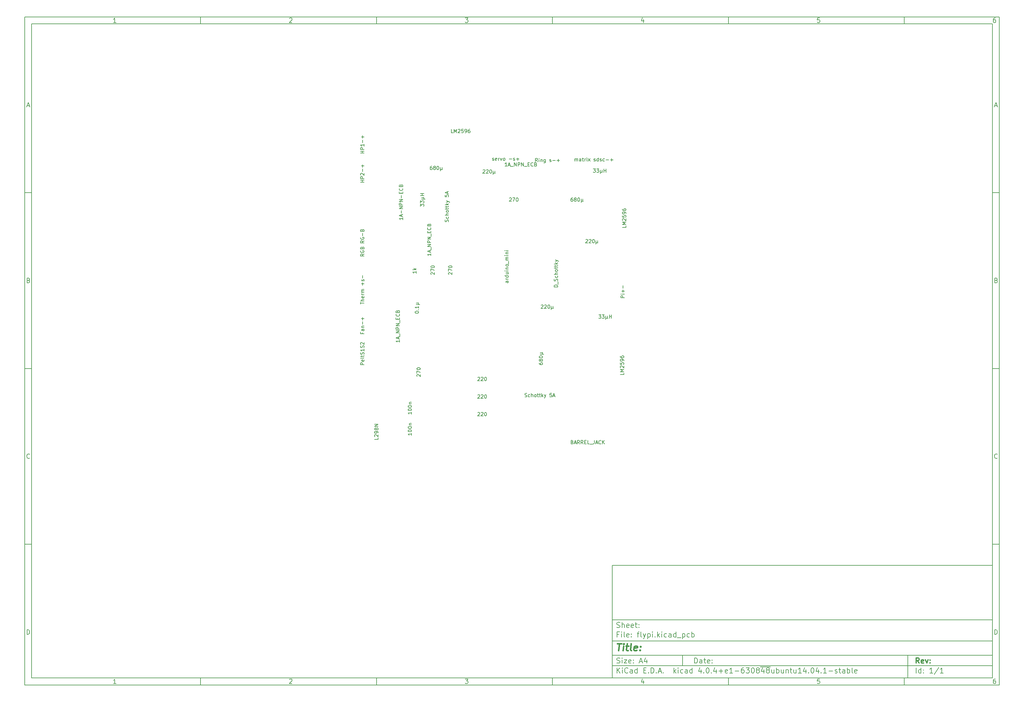
<source format=gbr>
G04 #@! TF.FileFunction,Other,Fab,Top*
%FSLAX46Y46*%
G04 Gerber Fmt 4.6, Leading zero omitted, Abs format (unit mm)*
G04 Created by KiCad (PCBNEW 4.0.4+e1-6308~48~ubuntu14.04.1-stable) date Tue Oct  4 21:58:47 2016*
%MOMM*%
%LPD*%
G01*
G04 APERTURE LIST*
%ADD10C,0.100000*%
%ADD11C,0.150000*%
%ADD12C,0.300000*%
%ADD13C,0.400000*%
G04 APERTURE END LIST*
D10*
D11*
X177002200Y-166007200D02*
X177002200Y-198007200D01*
X285002200Y-198007200D01*
X285002200Y-166007200D01*
X177002200Y-166007200D01*
D10*
D11*
X10000000Y-10000000D02*
X10000000Y-200007200D01*
X287002200Y-200007200D01*
X287002200Y-10000000D01*
X10000000Y-10000000D01*
D10*
D11*
X12000000Y-12000000D02*
X12000000Y-198007200D01*
X285002200Y-198007200D01*
X285002200Y-12000000D01*
X12000000Y-12000000D01*
D10*
D11*
X60000000Y-12000000D02*
X60000000Y-10000000D01*
D10*
D11*
X110000000Y-12000000D02*
X110000000Y-10000000D01*
D10*
D11*
X160000000Y-12000000D02*
X160000000Y-10000000D01*
D10*
D11*
X210000000Y-12000000D02*
X210000000Y-10000000D01*
D10*
D11*
X260000000Y-12000000D02*
X260000000Y-10000000D01*
D10*
D11*
X35990476Y-11588095D02*
X35247619Y-11588095D01*
X35619048Y-11588095D02*
X35619048Y-10288095D01*
X35495238Y-10473810D01*
X35371429Y-10597619D01*
X35247619Y-10659524D01*
D10*
D11*
X85247619Y-10411905D02*
X85309524Y-10350000D01*
X85433333Y-10288095D01*
X85742857Y-10288095D01*
X85866667Y-10350000D01*
X85928571Y-10411905D01*
X85990476Y-10535714D01*
X85990476Y-10659524D01*
X85928571Y-10845238D01*
X85185714Y-11588095D01*
X85990476Y-11588095D01*
D10*
D11*
X135185714Y-10288095D02*
X135990476Y-10288095D01*
X135557143Y-10783333D01*
X135742857Y-10783333D01*
X135866667Y-10845238D01*
X135928571Y-10907143D01*
X135990476Y-11030952D01*
X135990476Y-11340476D01*
X135928571Y-11464286D01*
X135866667Y-11526190D01*
X135742857Y-11588095D01*
X135371429Y-11588095D01*
X135247619Y-11526190D01*
X135185714Y-11464286D01*
D10*
D11*
X185866667Y-10721429D02*
X185866667Y-11588095D01*
X185557143Y-10226190D02*
X185247619Y-11154762D01*
X186052381Y-11154762D01*
D10*
D11*
X235928571Y-10288095D02*
X235309524Y-10288095D01*
X235247619Y-10907143D01*
X235309524Y-10845238D01*
X235433333Y-10783333D01*
X235742857Y-10783333D01*
X235866667Y-10845238D01*
X235928571Y-10907143D01*
X235990476Y-11030952D01*
X235990476Y-11340476D01*
X235928571Y-11464286D01*
X235866667Y-11526190D01*
X235742857Y-11588095D01*
X235433333Y-11588095D01*
X235309524Y-11526190D01*
X235247619Y-11464286D01*
D10*
D11*
X285866667Y-10288095D02*
X285619048Y-10288095D01*
X285495238Y-10350000D01*
X285433333Y-10411905D01*
X285309524Y-10597619D01*
X285247619Y-10845238D01*
X285247619Y-11340476D01*
X285309524Y-11464286D01*
X285371429Y-11526190D01*
X285495238Y-11588095D01*
X285742857Y-11588095D01*
X285866667Y-11526190D01*
X285928571Y-11464286D01*
X285990476Y-11340476D01*
X285990476Y-11030952D01*
X285928571Y-10907143D01*
X285866667Y-10845238D01*
X285742857Y-10783333D01*
X285495238Y-10783333D01*
X285371429Y-10845238D01*
X285309524Y-10907143D01*
X285247619Y-11030952D01*
D10*
D11*
X60000000Y-198007200D02*
X60000000Y-200007200D01*
D10*
D11*
X110000000Y-198007200D02*
X110000000Y-200007200D01*
D10*
D11*
X160000000Y-198007200D02*
X160000000Y-200007200D01*
D10*
D11*
X210000000Y-198007200D02*
X210000000Y-200007200D01*
D10*
D11*
X260000000Y-198007200D02*
X260000000Y-200007200D01*
D10*
D11*
X35990476Y-199595295D02*
X35247619Y-199595295D01*
X35619048Y-199595295D02*
X35619048Y-198295295D01*
X35495238Y-198481010D01*
X35371429Y-198604819D01*
X35247619Y-198666724D01*
D10*
D11*
X85247619Y-198419105D02*
X85309524Y-198357200D01*
X85433333Y-198295295D01*
X85742857Y-198295295D01*
X85866667Y-198357200D01*
X85928571Y-198419105D01*
X85990476Y-198542914D01*
X85990476Y-198666724D01*
X85928571Y-198852438D01*
X85185714Y-199595295D01*
X85990476Y-199595295D01*
D10*
D11*
X135185714Y-198295295D02*
X135990476Y-198295295D01*
X135557143Y-198790533D01*
X135742857Y-198790533D01*
X135866667Y-198852438D01*
X135928571Y-198914343D01*
X135990476Y-199038152D01*
X135990476Y-199347676D01*
X135928571Y-199471486D01*
X135866667Y-199533390D01*
X135742857Y-199595295D01*
X135371429Y-199595295D01*
X135247619Y-199533390D01*
X135185714Y-199471486D01*
D10*
D11*
X185866667Y-198728629D02*
X185866667Y-199595295D01*
X185557143Y-198233390D02*
X185247619Y-199161962D01*
X186052381Y-199161962D01*
D10*
D11*
X235928571Y-198295295D02*
X235309524Y-198295295D01*
X235247619Y-198914343D01*
X235309524Y-198852438D01*
X235433333Y-198790533D01*
X235742857Y-198790533D01*
X235866667Y-198852438D01*
X235928571Y-198914343D01*
X235990476Y-199038152D01*
X235990476Y-199347676D01*
X235928571Y-199471486D01*
X235866667Y-199533390D01*
X235742857Y-199595295D01*
X235433333Y-199595295D01*
X235309524Y-199533390D01*
X235247619Y-199471486D01*
D10*
D11*
X285866667Y-198295295D02*
X285619048Y-198295295D01*
X285495238Y-198357200D01*
X285433333Y-198419105D01*
X285309524Y-198604819D01*
X285247619Y-198852438D01*
X285247619Y-199347676D01*
X285309524Y-199471486D01*
X285371429Y-199533390D01*
X285495238Y-199595295D01*
X285742857Y-199595295D01*
X285866667Y-199533390D01*
X285928571Y-199471486D01*
X285990476Y-199347676D01*
X285990476Y-199038152D01*
X285928571Y-198914343D01*
X285866667Y-198852438D01*
X285742857Y-198790533D01*
X285495238Y-198790533D01*
X285371429Y-198852438D01*
X285309524Y-198914343D01*
X285247619Y-199038152D01*
D10*
D11*
X10000000Y-60000000D02*
X12000000Y-60000000D01*
D10*
D11*
X10000000Y-110000000D02*
X12000000Y-110000000D01*
D10*
D11*
X10000000Y-160000000D02*
X12000000Y-160000000D01*
D10*
D11*
X10690476Y-35216667D02*
X11309524Y-35216667D01*
X10566667Y-35588095D02*
X11000000Y-34288095D01*
X11433333Y-35588095D01*
D10*
D11*
X11092857Y-84907143D02*
X11278571Y-84969048D01*
X11340476Y-85030952D01*
X11402381Y-85154762D01*
X11402381Y-85340476D01*
X11340476Y-85464286D01*
X11278571Y-85526190D01*
X11154762Y-85588095D01*
X10659524Y-85588095D01*
X10659524Y-84288095D01*
X11092857Y-84288095D01*
X11216667Y-84350000D01*
X11278571Y-84411905D01*
X11340476Y-84535714D01*
X11340476Y-84659524D01*
X11278571Y-84783333D01*
X11216667Y-84845238D01*
X11092857Y-84907143D01*
X10659524Y-84907143D01*
D10*
D11*
X11402381Y-135464286D02*
X11340476Y-135526190D01*
X11154762Y-135588095D01*
X11030952Y-135588095D01*
X10845238Y-135526190D01*
X10721429Y-135402381D01*
X10659524Y-135278571D01*
X10597619Y-135030952D01*
X10597619Y-134845238D01*
X10659524Y-134597619D01*
X10721429Y-134473810D01*
X10845238Y-134350000D01*
X11030952Y-134288095D01*
X11154762Y-134288095D01*
X11340476Y-134350000D01*
X11402381Y-134411905D01*
D10*
D11*
X10659524Y-185588095D02*
X10659524Y-184288095D01*
X10969048Y-184288095D01*
X11154762Y-184350000D01*
X11278571Y-184473810D01*
X11340476Y-184597619D01*
X11402381Y-184845238D01*
X11402381Y-185030952D01*
X11340476Y-185278571D01*
X11278571Y-185402381D01*
X11154762Y-185526190D01*
X10969048Y-185588095D01*
X10659524Y-185588095D01*
D10*
D11*
X287002200Y-60000000D02*
X285002200Y-60000000D01*
D10*
D11*
X287002200Y-110000000D02*
X285002200Y-110000000D01*
D10*
D11*
X287002200Y-160000000D02*
X285002200Y-160000000D01*
D10*
D11*
X285692676Y-35216667D02*
X286311724Y-35216667D01*
X285568867Y-35588095D02*
X286002200Y-34288095D01*
X286435533Y-35588095D01*
D10*
D11*
X286095057Y-84907143D02*
X286280771Y-84969048D01*
X286342676Y-85030952D01*
X286404581Y-85154762D01*
X286404581Y-85340476D01*
X286342676Y-85464286D01*
X286280771Y-85526190D01*
X286156962Y-85588095D01*
X285661724Y-85588095D01*
X285661724Y-84288095D01*
X286095057Y-84288095D01*
X286218867Y-84350000D01*
X286280771Y-84411905D01*
X286342676Y-84535714D01*
X286342676Y-84659524D01*
X286280771Y-84783333D01*
X286218867Y-84845238D01*
X286095057Y-84907143D01*
X285661724Y-84907143D01*
D10*
D11*
X286404581Y-135464286D02*
X286342676Y-135526190D01*
X286156962Y-135588095D01*
X286033152Y-135588095D01*
X285847438Y-135526190D01*
X285723629Y-135402381D01*
X285661724Y-135278571D01*
X285599819Y-135030952D01*
X285599819Y-134845238D01*
X285661724Y-134597619D01*
X285723629Y-134473810D01*
X285847438Y-134350000D01*
X286033152Y-134288095D01*
X286156962Y-134288095D01*
X286342676Y-134350000D01*
X286404581Y-134411905D01*
D10*
D11*
X285661724Y-185588095D02*
X285661724Y-184288095D01*
X285971248Y-184288095D01*
X286156962Y-184350000D01*
X286280771Y-184473810D01*
X286342676Y-184597619D01*
X286404581Y-184845238D01*
X286404581Y-185030952D01*
X286342676Y-185278571D01*
X286280771Y-185402381D01*
X286156962Y-185526190D01*
X285971248Y-185588095D01*
X285661724Y-185588095D01*
D10*
D11*
X200359343Y-193785771D02*
X200359343Y-192285771D01*
X200716486Y-192285771D01*
X200930771Y-192357200D01*
X201073629Y-192500057D01*
X201145057Y-192642914D01*
X201216486Y-192928629D01*
X201216486Y-193142914D01*
X201145057Y-193428629D01*
X201073629Y-193571486D01*
X200930771Y-193714343D01*
X200716486Y-193785771D01*
X200359343Y-193785771D01*
X202502200Y-193785771D02*
X202502200Y-193000057D01*
X202430771Y-192857200D01*
X202287914Y-192785771D01*
X202002200Y-192785771D01*
X201859343Y-192857200D01*
X202502200Y-193714343D02*
X202359343Y-193785771D01*
X202002200Y-193785771D01*
X201859343Y-193714343D01*
X201787914Y-193571486D01*
X201787914Y-193428629D01*
X201859343Y-193285771D01*
X202002200Y-193214343D01*
X202359343Y-193214343D01*
X202502200Y-193142914D01*
X203002200Y-192785771D02*
X203573629Y-192785771D01*
X203216486Y-192285771D02*
X203216486Y-193571486D01*
X203287914Y-193714343D01*
X203430772Y-193785771D01*
X203573629Y-193785771D01*
X204645057Y-193714343D02*
X204502200Y-193785771D01*
X204216486Y-193785771D01*
X204073629Y-193714343D01*
X204002200Y-193571486D01*
X204002200Y-193000057D01*
X204073629Y-192857200D01*
X204216486Y-192785771D01*
X204502200Y-192785771D01*
X204645057Y-192857200D01*
X204716486Y-193000057D01*
X204716486Y-193142914D01*
X204002200Y-193285771D01*
X205359343Y-193642914D02*
X205430771Y-193714343D01*
X205359343Y-193785771D01*
X205287914Y-193714343D01*
X205359343Y-193642914D01*
X205359343Y-193785771D01*
X205359343Y-192857200D02*
X205430771Y-192928629D01*
X205359343Y-193000057D01*
X205287914Y-192928629D01*
X205359343Y-192857200D01*
X205359343Y-193000057D01*
D10*
D11*
X177002200Y-194507200D02*
X285002200Y-194507200D01*
D10*
D11*
X178359343Y-196585771D02*
X178359343Y-195085771D01*
X179216486Y-196585771D02*
X178573629Y-195728629D01*
X179216486Y-195085771D02*
X178359343Y-195942914D01*
X179859343Y-196585771D02*
X179859343Y-195585771D01*
X179859343Y-195085771D02*
X179787914Y-195157200D01*
X179859343Y-195228629D01*
X179930771Y-195157200D01*
X179859343Y-195085771D01*
X179859343Y-195228629D01*
X181430772Y-196442914D02*
X181359343Y-196514343D01*
X181145057Y-196585771D01*
X181002200Y-196585771D01*
X180787915Y-196514343D01*
X180645057Y-196371486D01*
X180573629Y-196228629D01*
X180502200Y-195942914D01*
X180502200Y-195728629D01*
X180573629Y-195442914D01*
X180645057Y-195300057D01*
X180787915Y-195157200D01*
X181002200Y-195085771D01*
X181145057Y-195085771D01*
X181359343Y-195157200D01*
X181430772Y-195228629D01*
X182716486Y-196585771D02*
X182716486Y-195800057D01*
X182645057Y-195657200D01*
X182502200Y-195585771D01*
X182216486Y-195585771D01*
X182073629Y-195657200D01*
X182716486Y-196514343D02*
X182573629Y-196585771D01*
X182216486Y-196585771D01*
X182073629Y-196514343D01*
X182002200Y-196371486D01*
X182002200Y-196228629D01*
X182073629Y-196085771D01*
X182216486Y-196014343D01*
X182573629Y-196014343D01*
X182716486Y-195942914D01*
X184073629Y-196585771D02*
X184073629Y-195085771D01*
X184073629Y-196514343D02*
X183930772Y-196585771D01*
X183645058Y-196585771D01*
X183502200Y-196514343D01*
X183430772Y-196442914D01*
X183359343Y-196300057D01*
X183359343Y-195871486D01*
X183430772Y-195728629D01*
X183502200Y-195657200D01*
X183645058Y-195585771D01*
X183930772Y-195585771D01*
X184073629Y-195657200D01*
X185930772Y-195800057D02*
X186430772Y-195800057D01*
X186645058Y-196585771D02*
X185930772Y-196585771D01*
X185930772Y-195085771D01*
X186645058Y-195085771D01*
X187287915Y-196442914D02*
X187359343Y-196514343D01*
X187287915Y-196585771D01*
X187216486Y-196514343D01*
X187287915Y-196442914D01*
X187287915Y-196585771D01*
X188002201Y-196585771D02*
X188002201Y-195085771D01*
X188359344Y-195085771D01*
X188573629Y-195157200D01*
X188716487Y-195300057D01*
X188787915Y-195442914D01*
X188859344Y-195728629D01*
X188859344Y-195942914D01*
X188787915Y-196228629D01*
X188716487Y-196371486D01*
X188573629Y-196514343D01*
X188359344Y-196585771D01*
X188002201Y-196585771D01*
X189502201Y-196442914D02*
X189573629Y-196514343D01*
X189502201Y-196585771D01*
X189430772Y-196514343D01*
X189502201Y-196442914D01*
X189502201Y-196585771D01*
X190145058Y-196157200D02*
X190859344Y-196157200D01*
X190002201Y-196585771D02*
X190502201Y-195085771D01*
X191002201Y-196585771D01*
X191502201Y-196442914D02*
X191573629Y-196514343D01*
X191502201Y-196585771D01*
X191430772Y-196514343D01*
X191502201Y-196442914D01*
X191502201Y-196585771D01*
X194502201Y-196585771D02*
X194502201Y-195085771D01*
X194645058Y-196014343D02*
X195073629Y-196585771D01*
X195073629Y-195585771D02*
X194502201Y-196157200D01*
X195716487Y-196585771D02*
X195716487Y-195585771D01*
X195716487Y-195085771D02*
X195645058Y-195157200D01*
X195716487Y-195228629D01*
X195787915Y-195157200D01*
X195716487Y-195085771D01*
X195716487Y-195228629D01*
X197073630Y-196514343D02*
X196930773Y-196585771D01*
X196645059Y-196585771D01*
X196502201Y-196514343D01*
X196430773Y-196442914D01*
X196359344Y-196300057D01*
X196359344Y-195871486D01*
X196430773Y-195728629D01*
X196502201Y-195657200D01*
X196645059Y-195585771D01*
X196930773Y-195585771D01*
X197073630Y-195657200D01*
X198359344Y-196585771D02*
X198359344Y-195800057D01*
X198287915Y-195657200D01*
X198145058Y-195585771D01*
X197859344Y-195585771D01*
X197716487Y-195657200D01*
X198359344Y-196514343D02*
X198216487Y-196585771D01*
X197859344Y-196585771D01*
X197716487Y-196514343D01*
X197645058Y-196371486D01*
X197645058Y-196228629D01*
X197716487Y-196085771D01*
X197859344Y-196014343D01*
X198216487Y-196014343D01*
X198359344Y-195942914D01*
X199716487Y-196585771D02*
X199716487Y-195085771D01*
X199716487Y-196514343D02*
X199573630Y-196585771D01*
X199287916Y-196585771D01*
X199145058Y-196514343D01*
X199073630Y-196442914D01*
X199002201Y-196300057D01*
X199002201Y-195871486D01*
X199073630Y-195728629D01*
X199145058Y-195657200D01*
X199287916Y-195585771D01*
X199573630Y-195585771D01*
X199716487Y-195657200D01*
X202216487Y-195585771D02*
X202216487Y-196585771D01*
X201859344Y-195014343D02*
X201502201Y-196085771D01*
X202430773Y-196085771D01*
X203002201Y-196442914D02*
X203073629Y-196514343D01*
X203002201Y-196585771D01*
X202930772Y-196514343D01*
X203002201Y-196442914D01*
X203002201Y-196585771D01*
X204002201Y-195085771D02*
X204145058Y-195085771D01*
X204287915Y-195157200D01*
X204359344Y-195228629D01*
X204430773Y-195371486D01*
X204502201Y-195657200D01*
X204502201Y-196014343D01*
X204430773Y-196300057D01*
X204359344Y-196442914D01*
X204287915Y-196514343D01*
X204145058Y-196585771D01*
X204002201Y-196585771D01*
X203859344Y-196514343D01*
X203787915Y-196442914D01*
X203716487Y-196300057D01*
X203645058Y-196014343D01*
X203645058Y-195657200D01*
X203716487Y-195371486D01*
X203787915Y-195228629D01*
X203859344Y-195157200D01*
X204002201Y-195085771D01*
X205145058Y-196442914D02*
X205216486Y-196514343D01*
X205145058Y-196585771D01*
X205073629Y-196514343D01*
X205145058Y-196442914D01*
X205145058Y-196585771D01*
X206502201Y-195585771D02*
X206502201Y-196585771D01*
X206145058Y-195014343D02*
X205787915Y-196085771D01*
X206716487Y-196085771D01*
X207287915Y-196014343D02*
X208430772Y-196014343D01*
X207859343Y-196585771D02*
X207859343Y-195442914D01*
X209716486Y-196514343D02*
X209573629Y-196585771D01*
X209287915Y-196585771D01*
X209145058Y-196514343D01*
X209073629Y-196371486D01*
X209073629Y-195800057D01*
X209145058Y-195657200D01*
X209287915Y-195585771D01*
X209573629Y-195585771D01*
X209716486Y-195657200D01*
X209787915Y-195800057D01*
X209787915Y-195942914D01*
X209073629Y-196085771D01*
X211216486Y-196585771D02*
X210359343Y-196585771D01*
X210787915Y-196585771D02*
X210787915Y-195085771D01*
X210645058Y-195300057D01*
X210502200Y-195442914D01*
X210359343Y-195514343D01*
X211859343Y-196014343D02*
X213002200Y-196014343D01*
X214359343Y-195085771D02*
X214073629Y-195085771D01*
X213930772Y-195157200D01*
X213859343Y-195228629D01*
X213716486Y-195442914D01*
X213645057Y-195728629D01*
X213645057Y-196300057D01*
X213716486Y-196442914D01*
X213787914Y-196514343D01*
X213930772Y-196585771D01*
X214216486Y-196585771D01*
X214359343Y-196514343D01*
X214430772Y-196442914D01*
X214502200Y-196300057D01*
X214502200Y-195942914D01*
X214430772Y-195800057D01*
X214359343Y-195728629D01*
X214216486Y-195657200D01*
X213930772Y-195657200D01*
X213787914Y-195728629D01*
X213716486Y-195800057D01*
X213645057Y-195942914D01*
X215002200Y-195085771D02*
X215930771Y-195085771D01*
X215430771Y-195657200D01*
X215645057Y-195657200D01*
X215787914Y-195728629D01*
X215859343Y-195800057D01*
X215930771Y-195942914D01*
X215930771Y-196300057D01*
X215859343Y-196442914D01*
X215787914Y-196514343D01*
X215645057Y-196585771D01*
X215216485Y-196585771D01*
X215073628Y-196514343D01*
X215002200Y-196442914D01*
X216859342Y-195085771D02*
X217002199Y-195085771D01*
X217145056Y-195157200D01*
X217216485Y-195228629D01*
X217287914Y-195371486D01*
X217359342Y-195657200D01*
X217359342Y-196014343D01*
X217287914Y-196300057D01*
X217216485Y-196442914D01*
X217145056Y-196514343D01*
X217002199Y-196585771D01*
X216859342Y-196585771D01*
X216716485Y-196514343D01*
X216645056Y-196442914D01*
X216573628Y-196300057D01*
X216502199Y-196014343D01*
X216502199Y-195657200D01*
X216573628Y-195371486D01*
X216645056Y-195228629D01*
X216716485Y-195157200D01*
X216859342Y-195085771D01*
X218216485Y-195728629D02*
X218073627Y-195657200D01*
X218002199Y-195585771D01*
X217930770Y-195442914D01*
X217930770Y-195371486D01*
X218002199Y-195228629D01*
X218073627Y-195157200D01*
X218216485Y-195085771D01*
X218502199Y-195085771D01*
X218645056Y-195157200D01*
X218716485Y-195228629D01*
X218787913Y-195371486D01*
X218787913Y-195442914D01*
X218716485Y-195585771D01*
X218645056Y-195657200D01*
X218502199Y-195728629D01*
X218216485Y-195728629D01*
X218073627Y-195800057D01*
X218002199Y-195871486D01*
X217930770Y-196014343D01*
X217930770Y-196300057D01*
X218002199Y-196442914D01*
X218073627Y-196514343D01*
X218216485Y-196585771D01*
X218502199Y-196585771D01*
X218645056Y-196514343D01*
X218716485Y-196442914D01*
X218787913Y-196300057D01*
X218787913Y-196014343D01*
X218716485Y-195871486D01*
X218645056Y-195800057D01*
X218502199Y-195728629D01*
X220073627Y-195585771D02*
X220073627Y-196585771D01*
X219716484Y-195014343D02*
X219359341Y-196085771D01*
X220287913Y-196085771D01*
X221073627Y-195728629D02*
X220930769Y-195657200D01*
X220859341Y-195585771D01*
X220787912Y-195442914D01*
X220787912Y-195371486D01*
X220859341Y-195228629D01*
X220930769Y-195157200D01*
X221073627Y-195085771D01*
X221359341Y-195085771D01*
X221502198Y-195157200D01*
X221573627Y-195228629D01*
X221645055Y-195371486D01*
X221645055Y-195442914D01*
X221573627Y-195585771D01*
X221502198Y-195657200D01*
X221359341Y-195728629D01*
X221073627Y-195728629D01*
X220930769Y-195800057D01*
X220859341Y-195871486D01*
X220787912Y-196014343D01*
X220787912Y-196300057D01*
X220859341Y-196442914D01*
X220930769Y-196514343D01*
X221073627Y-196585771D01*
X221359341Y-196585771D01*
X221502198Y-196514343D01*
X221573627Y-196442914D01*
X221645055Y-196300057D01*
X221645055Y-196014343D01*
X221573627Y-195871486D01*
X221502198Y-195800057D01*
X221359341Y-195728629D01*
X219073627Y-194827200D02*
X221930769Y-194827200D01*
X222930769Y-195585771D02*
X222930769Y-196585771D01*
X222287912Y-195585771D02*
X222287912Y-196371486D01*
X222359340Y-196514343D01*
X222502198Y-196585771D01*
X222716483Y-196585771D01*
X222859340Y-196514343D01*
X222930769Y-196442914D01*
X223645055Y-196585771D02*
X223645055Y-195085771D01*
X223645055Y-195657200D02*
X223787912Y-195585771D01*
X224073626Y-195585771D01*
X224216483Y-195657200D01*
X224287912Y-195728629D01*
X224359341Y-195871486D01*
X224359341Y-196300057D01*
X224287912Y-196442914D01*
X224216483Y-196514343D01*
X224073626Y-196585771D01*
X223787912Y-196585771D01*
X223645055Y-196514343D01*
X225645055Y-195585771D02*
X225645055Y-196585771D01*
X225002198Y-195585771D02*
X225002198Y-196371486D01*
X225073626Y-196514343D01*
X225216484Y-196585771D01*
X225430769Y-196585771D01*
X225573626Y-196514343D01*
X225645055Y-196442914D01*
X226359341Y-195585771D02*
X226359341Y-196585771D01*
X226359341Y-195728629D02*
X226430769Y-195657200D01*
X226573627Y-195585771D01*
X226787912Y-195585771D01*
X226930769Y-195657200D01*
X227002198Y-195800057D01*
X227002198Y-196585771D01*
X227502198Y-195585771D02*
X228073627Y-195585771D01*
X227716484Y-195085771D02*
X227716484Y-196371486D01*
X227787912Y-196514343D01*
X227930770Y-196585771D01*
X228073627Y-196585771D01*
X229216484Y-195585771D02*
X229216484Y-196585771D01*
X228573627Y-195585771D02*
X228573627Y-196371486D01*
X228645055Y-196514343D01*
X228787913Y-196585771D01*
X229002198Y-196585771D01*
X229145055Y-196514343D01*
X229216484Y-196442914D01*
X230716484Y-196585771D02*
X229859341Y-196585771D01*
X230287913Y-196585771D02*
X230287913Y-195085771D01*
X230145056Y-195300057D01*
X230002198Y-195442914D01*
X229859341Y-195514343D01*
X232002198Y-195585771D02*
X232002198Y-196585771D01*
X231645055Y-195014343D02*
X231287912Y-196085771D01*
X232216484Y-196085771D01*
X232787912Y-196442914D02*
X232859340Y-196514343D01*
X232787912Y-196585771D01*
X232716483Y-196514343D01*
X232787912Y-196442914D01*
X232787912Y-196585771D01*
X233787912Y-195085771D02*
X233930769Y-195085771D01*
X234073626Y-195157200D01*
X234145055Y-195228629D01*
X234216484Y-195371486D01*
X234287912Y-195657200D01*
X234287912Y-196014343D01*
X234216484Y-196300057D01*
X234145055Y-196442914D01*
X234073626Y-196514343D01*
X233930769Y-196585771D01*
X233787912Y-196585771D01*
X233645055Y-196514343D01*
X233573626Y-196442914D01*
X233502198Y-196300057D01*
X233430769Y-196014343D01*
X233430769Y-195657200D01*
X233502198Y-195371486D01*
X233573626Y-195228629D01*
X233645055Y-195157200D01*
X233787912Y-195085771D01*
X235573626Y-195585771D02*
X235573626Y-196585771D01*
X235216483Y-195014343D02*
X234859340Y-196085771D01*
X235787912Y-196085771D01*
X236359340Y-196442914D02*
X236430768Y-196514343D01*
X236359340Y-196585771D01*
X236287911Y-196514343D01*
X236359340Y-196442914D01*
X236359340Y-196585771D01*
X237859340Y-196585771D02*
X237002197Y-196585771D01*
X237430769Y-196585771D02*
X237430769Y-195085771D01*
X237287912Y-195300057D01*
X237145054Y-195442914D01*
X237002197Y-195514343D01*
X238502197Y-196014343D02*
X239645054Y-196014343D01*
X240287911Y-196514343D02*
X240430768Y-196585771D01*
X240716483Y-196585771D01*
X240859340Y-196514343D01*
X240930768Y-196371486D01*
X240930768Y-196300057D01*
X240859340Y-196157200D01*
X240716483Y-196085771D01*
X240502197Y-196085771D01*
X240359340Y-196014343D01*
X240287911Y-195871486D01*
X240287911Y-195800057D01*
X240359340Y-195657200D01*
X240502197Y-195585771D01*
X240716483Y-195585771D01*
X240859340Y-195657200D01*
X241359340Y-195585771D02*
X241930769Y-195585771D01*
X241573626Y-195085771D02*
X241573626Y-196371486D01*
X241645054Y-196514343D01*
X241787912Y-196585771D01*
X241930769Y-196585771D01*
X243073626Y-196585771D02*
X243073626Y-195800057D01*
X243002197Y-195657200D01*
X242859340Y-195585771D01*
X242573626Y-195585771D01*
X242430769Y-195657200D01*
X243073626Y-196514343D02*
X242930769Y-196585771D01*
X242573626Y-196585771D01*
X242430769Y-196514343D01*
X242359340Y-196371486D01*
X242359340Y-196228629D01*
X242430769Y-196085771D01*
X242573626Y-196014343D01*
X242930769Y-196014343D01*
X243073626Y-195942914D01*
X243787912Y-196585771D02*
X243787912Y-195085771D01*
X243787912Y-195657200D02*
X243930769Y-195585771D01*
X244216483Y-195585771D01*
X244359340Y-195657200D01*
X244430769Y-195728629D01*
X244502198Y-195871486D01*
X244502198Y-196300057D01*
X244430769Y-196442914D01*
X244359340Y-196514343D01*
X244216483Y-196585771D01*
X243930769Y-196585771D01*
X243787912Y-196514343D01*
X245359341Y-196585771D02*
X245216483Y-196514343D01*
X245145055Y-196371486D01*
X245145055Y-195085771D01*
X246502197Y-196514343D02*
X246359340Y-196585771D01*
X246073626Y-196585771D01*
X245930769Y-196514343D01*
X245859340Y-196371486D01*
X245859340Y-195800057D01*
X245930769Y-195657200D01*
X246073626Y-195585771D01*
X246359340Y-195585771D01*
X246502197Y-195657200D01*
X246573626Y-195800057D01*
X246573626Y-195942914D01*
X245859340Y-196085771D01*
D10*
D11*
X177002200Y-191507200D02*
X285002200Y-191507200D01*
D10*
D12*
X264216486Y-193785771D02*
X263716486Y-193071486D01*
X263359343Y-193785771D02*
X263359343Y-192285771D01*
X263930771Y-192285771D01*
X264073629Y-192357200D01*
X264145057Y-192428629D01*
X264216486Y-192571486D01*
X264216486Y-192785771D01*
X264145057Y-192928629D01*
X264073629Y-193000057D01*
X263930771Y-193071486D01*
X263359343Y-193071486D01*
X265430771Y-193714343D02*
X265287914Y-193785771D01*
X265002200Y-193785771D01*
X264859343Y-193714343D01*
X264787914Y-193571486D01*
X264787914Y-193000057D01*
X264859343Y-192857200D01*
X265002200Y-192785771D01*
X265287914Y-192785771D01*
X265430771Y-192857200D01*
X265502200Y-193000057D01*
X265502200Y-193142914D01*
X264787914Y-193285771D01*
X266002200Y-192785771D02*
X266359343Y-193785771D01*
X266716485Y-192785771D01*
X267287914Y-193642914D02*
X267359342Y-193714343D01*
X267287914Y-193785771D01*
X267216485Y-193714343D01*
X267287914Y-193642914D01*
X267287914Y-193785771D01*
X267287914Y-192857200D02*
X267359342Y-192928629D01*
X267287914Y-193000057D01*
X267216485Y-192928629D01*
X267287914Y-192857200D01*
X267287914Y-193000057D01*
D10*
D11*
X178287914Y-193714343D02*
X178502200Y-193785771D01*
X178859343Y-193785771D01*
X179002200Y-193714343D01*
X179073629Y-193642914D01*
X179145057Y-193500057D01*
X179145057Y-193357200D01*
X179073629Y-193214343D01*
X179002200Y-193142914D01*
X178859343Y-193071486D01*
X178573629Y-193000057D01*
X178430771Y-192928629D01*
X178359343Y-192857200D01*
X178287914Y-192714343D01*
X178287914Y-192571486D01*
X178359343Y-192428629D01*
X178430771Y-192357200D01*
X178573629Y-192285771D01*
X178930771Y-192285771D01*
X179145057Y-192357200D01*
X179787914Y-193785771D02*
X179787914Y-192785771D01*
X179787914Y-192285771D02*
X179716485Y-192357200D01*
X179787914Y-192428629D01*
X179859342Y-192357200D01*
X179787914Y-192285771D01*
X179787914Y-192428629D01*
X180359343Y-192785771D02*
X181145057Y-192785771D01*
X180359343Y-193785771D01*
X181145057Y-193785771D01*
X182287914Y-193714343D02*
X182145057Y-193785771D01*
X181859343Y-193785771D01*
X181716486Y-193714343D01*
X181645057Y-193571486D01*
X181645057Y-193000057D01*
X181716486Y-192857200D01*
X181859343Y-192785771D01*
X182145057Y-192785771D01*
X182287914Y-192857200D01*
X182359343Y-193000057D01*
X182359343Y-193142914D01*
X181645057Y-193285771D01*
X183002200Y-193642914D02*
X183073628Y-193714343D01*
X183002200Y-193785771D01*
X182930771Y-193714343D01*
X183002200Y-193642914D01*
X183002200Y-193785771D01*
X183002200Y-192857200D02*
X183073628Y-192928629D01*
X183002200Y-193000057D01*
X182930771Y-192928629D01*
X183002200Y-192857200D01*
X183002200Y-193000057D01*
X184787914Y-193357200D02*
X185502200Y-193357200D01*
X184645057Y-193785771D02*
X185145057Y-192285771D01*
X185645057Y-193785771D01*
X186787914Y-192785771D02*
X186787914Y-193785771D01*
X186430771Y-192214343D02*
X186073628Y-193285771D01*
X187002200Y-193285771D01*
D10*
D11*
X263359343Y-196585771D02*
X263359343Y-195085771D01*
X264716486Y-196585771D02*
X264716486Y-195085771D01*
X264716486Y-196514343D02*
X264573629Y-196585771D01*
X264287915Y-196585771D01*
X264145057Y-196514343D01*
X264073629Y-196442914D01*
X264002200Y-196300057D01*
X264002200Y-195871486D01*
X264073629Y-195728629D01*
X264145057Y-195657200D01*
X264287915Y-195585771D01*
X264573629Y-195585771D01*
X264716486Y-195657200D01*
X265430772Y-196442914D02*
X265502200Y-196514343D01*
X265430772Y-196585771D01*
X265359343Y-196514343D01*
X265430772Y-196442914D01*
X265430772Y-196585771D01*
X265430772Y-195657200D02*
X265502200Y-195728629D01*
X265430772Y-195800057D01*
X265359343Y-195728629D01*
X265430772Y-195657200D01*
X265430772Y-195800057D01*
X268073629Y-196585771D02*
X267216486Y-196585771D01*
X267645058Y-196585771D02*
X267645058Y-195085771D01*
X267502201Y-195300057D01*
X267359343Y-195442914D01*
X267216486Y-195514343D01*
X269787914Y-195014343D02*
X268502200Y-196942914D01*
X271073629Y-196585771D02*
X270216486Y-196585771D01*
X270645058Y-196585771D02*
X270645058Y-195085771D01*
X270502201Y-195300057D01*
X270359343Y-195442914D01*
X270216486Y-195514343D01*
D10*
D11*
X177002200Y-187507200D02*
X285002200Y-187507200D01*
D10*
D13*
X178454581Y-188211962D02*
X179597438Y-188211962D01*
X178776010Y-190211962D02*
X179026010Y-188211962D01*
X180014105Y-190211962D02*
X180180771Y-188878629D01*
X180264105Y-188211962D02*
X180156962Y-188307200D01*
X180240295Y-188402438D01*
X180347439Y-188307200D01*
X180264105Y-188211962D01*
X180240295Y-188402438D01*
X180847438Y-188878629D02*
X181609343Y-188878629D01*
X181216486Y-188211962D02*
X181002200Y-189926248D01*
X181073630Y-190116724D01*
X181252201Y-190211962D01*
X181442677Y-190211962D01*
X182395058Y-190211962D02*
X182216487Y-190116724D01*
X182145057Y-189926248D01*
X182359343Y-188211962D01*
X183930772Y-190116724D02*
X183728391Y-190211962D01*
X183347439Y-190211962D01*
X183168867Y-190116724D01*
X183097438Y-189926248D01*
X183192676Y-189164343D01*
X183311724Y-188973867D01*
X183514105Y-188878629D01*
X183895057Y-188878629D01*
X184073629Y-188973867D01*
X184145057Y-189164343D01*
X184121248Y-189354819D01*
X183145057Y-189545295D01*
X184895057Y-190021486D02*
X184978392Y-190116724D01*
X184871248Y-190211962D01*
X184787915Y-190116724D01*
X184895057Y-190021486D01*
X184871248Y-190211962D01*
X185026010Y-188973867D02*
X185109344Y-189069105D01*
X185002200Y-189164343D01*
X184918867Y-189069105D01*
X185026010Y-188973867D01*
X185002200Y-189164343D01*
D10*
D11*
X178859343Y-185600057D02*
X178359343Y-185600057D01*
X178359343Y-186385771D02*
X178359343Y-184885771D01*
X179073629Y-184885771D01*
X179645057Y-186385771D02*
X179645057Y-185385771D01*
X179645057Y-184885771D02*
X179573628Y-184957200D01*
X179645057Y-185028629D01*
X179716485Y-184957200D01*
X179645057Y-184885771D01*
X179645057Y-185028629D01*
X180573629Y-186385771D02*
X180430771Y-186314343D01*
X180359343Y-186171486D01*
X180359343Y-184885771D01*
X181716485Y-186314343D02*
X181573628Y-186385771D01*
X181287914Y-186385771D01*
X181145057Y-186314343D01*
X181073628Y-186171486D01*
X181073628Y-185600057D01*
X181145057Y-185457200D01*
X181287914Y-185385771D01*
X181573628Y-185385771D01*
X181716485Y-185457200D01*
X181787914Y-185600057D01*
X181787914Y-185742914D01*
X181073628Y-185885771D01*
X182430771Y-186242914D02*
X182502199Y-186314343D01*
X182430771Y-186385771D01*
X182359342Y-186314343D01*
X182430771Y-186242914D01*
X182430771Y-186385771D01*
X182430771Y-185457200D02*
X182502199Y-185528629D01*
X182430771Y-185600057D01*
X182359342Y-185528629D01*
X182430771Y-185457200D01*
X182430771Y-185600057D01*
X184073628Y-185385771D02*
X184645057Y-185385771D01*
X184287914Y-186385771D02*
X184287914Y-185100057D01*
X184359342Y-184957200D01*
X184502200Y-184885771D01*
X184645057Y-184885771D01*
X185359343Y-186385771D02*
X185216485Y-186314343D01*
X185145057Y-186171486D01*
X185145057Y-184885771D01*
X185787914Y-185385771D02*
X186145057Y-186385771D01*
X186502199Y-185385771D02*
X186145057Y-186385771D01*
X186002199Y-186742914D01*
X185930771Y-186814343D01*
X185787914Y-186885771D01*
X187073628Y-185385771D02*
X187073628Y-186885771D01*
X187073628Y-185457200D02*
X187216485Y-185385771D01*
X187502199Y-185385771D01*
X187645056Y-185457200D01*
X187716485Y-185528629D01*
X187787914Y-185671486D01*
X187787914Y-186100057D01*
X187716485Y-186242914D01*
X187645056Y-186314343D01*
X187502199Y-186385771D01*
X187216485Y-186385771D01*
X187073628Y-186314343D01*
X188430771Y-186385771D02*
X188430771Y-185385771D01*
X188430771Y-184885771D02*
X188359342Y-184957200D01*
X188430771Y-185028629D01*
X188502199Y-184957200D01*
X188430771Y-184885771D01*
X188430771Y-185028629D01*
X189145057Y-186242914D02*
X189216485Y-186314343D01*
X189145057Y-186385771D01*
X189073628Y-186314343D01*
X189145057Y-186242914D01*
X189145057Y-186385771D01*
X189859343Y-186385771D02*
X189859343Y-184885771D01*
X190002200Y-185814343D02*
X190430771Y-186385771D01*
X190430771Y-185385771D02*
X189859343Y-185957200D01*
X191073629Y-186385771D02*
X191073629Y-185385771D01*
X191073629Y-184885771D02*
X191002200Y-184957200D01*
X191073629Y-185028629D01*
X191145057Y-184957200D01*
X191073629Y-184885771D01*
X191073629Y-185028629D01*
X192430772Y-186314343D02*
X192287915Y-186385771D01*
X192002201Y-186385771D01*
X191859343Y-186314343D01*
X191787915Y-186242914D01*
X191716486Y-186100057D01*
X191716486Y-185671486D01*
X191787915Y-185528629D01*
X191859343Y-185457200D01*
X192002201Y-185385771D01*
X192287915Y-185385771D01*
X192430772Y-185457200D01*
X193716486Y-186385771D02*
X193716486Y-185600057D01*
X193645057Y-185457200D01*
X193502200Y-185385771D01*
X193216486Y-185385771D01*
X193073629Y-185457200D01*
X193716486Y-186314343D02*
X193573629Y-186385771D01*
X193216486Y-186385771D01*
X193073629Y-186314343D01*
X193002200Y-186171486D01*
X193002200Y-186028629D01*
X193073629Y-185885771D01*
X193216486Y-185814343D01*
X193573629Y-185814343D01*
X193716486Y-185742914D01*
X195073629Y-186385771D02*
X195073629Y-184885771D01*
X195073629Y-186314343D02*
X194930772Y-186385771D01*
X194645058Y-186385771D01*
X194502200Y-186314343D01*
X194430772Y-186242914D01*
X194359343Y-186100057D01*
X194359343Y-185671486D01*
X194430772Y-185528629D01*
X194502200Y-185457200D01*
X194645058Y-185385771D01*
X194930772Y-185385771D01*
X195073629Y-185457200D01*
X195430772Y-186528629D02*
X196573629Y-186528629D01*
X196930772Y-185385771D02*
X196930772Y-186885771D01*
X196930772Y-185457200D02*
X197073629Y-185385771D01*
X197359343Y-185385771D01*
X197502200Y-185457200D01*
X197573629Y-185528629D01*
X197645058Y-185671486D01*
X197645058Y-186100057D01*
X197573629Y-186242914D01*
X197502200Y-186314343D01*
X197359343Y-186385771D01*
X197073629Y-186385771D01*
X196930772Y-186314343D01*
X198930772Y-186314343D02*
X198787915Y-186385771D01*
X198502201Y-186385771D01*
X198359343Y-186314343D01*
X198287915Y-186242914D01*
X198216486Y-186100057D01*
X198216486Y-185671486D01*
X198287915Y-185528629D01*
X198359343Y-185457200D01*
X198502201Y-185385771D01*
X198787915Y-185385771D01*
X198930772Y-185457200D01*
X199573629Y-186385771D02*
X199573629Y-184885771D01*
X199573629Y-185457200D02*
X199716486Y-185385771D01*
X200002200Y-185385771D01*
X200145057Y-185457200D01*
X200216486Y-185528629D01*
X200287915Y-185671486D01*
X200287915Y-186100057D01*
X200216486Y-186242914D01*
X200145057Y-186314343D01*
X200002200Y-186385771D01*
X199716486Y-186385771D01*
X199573629Y-186314343D01*
D10*
D11*
X177002200Y-181507200D02*
X285002200Y-181507200D01*
D10*
D11*
X178287914Y-183614343D02*
X178502200Y-183685771D01*
X178859343Y-183685771D01*
X179002200Y-183614343D01*
X179073629Y-183542914D01*
X179145057Y-183400057D01*
X179145057Y-183257200D01*
X179073629Y-183114343D01*
X179002200Y-183042914D01*
X178859343Y-182971486D01*
X178573629Y-182900057D01*
X178430771Y-182828629D01*
X178359343Y-182757200D01*
X178287914Y-182614343D01*
X178287914Y-182471486D01*
X178359343Y-182328629D01*
X178430771Y-182257200D01*
X178573629Y-182185771D01*
X178930771Y-182185771D01*
X179145057Y-182257200D01*
X179787914Y-183685771D02*
X179787914Y-182185771D01*
X180430771Y-183685771D02*
X180430771Y-182900057D01*
X180359342Y-182757200D01*
X180216485Y-182685771D01*
X180002200Y-182685771D01*
X179859342Y-182757200D01*
X179787914Y-182828629D01*
X181716485Y-183614343D02*
X181573628Y-183685771D01*
X181287914Y-183685771D01*
X181145057Y-183614343D01*
X181073628Y-183471486D01*
X181073628Y-182900057D01*
X181145057Y-182757200D01*
X181287914Y-182685771D01*
X181573628Y-182685771D01*
X181716485Y-182757200D01*
X181787914Y-182900057D01*
X181787914Y-183042914D01*
X181073628Y-183185771D01*
X183002199Y-183614343D02*
X182859342Y-183685771D01*
X182573628Y-183685771D01*
X182430771Y-183614343D01*
X182359342Y-183471486D01*
X182359342Y-182900057D01*
X182430771Y-182757200D01*
X182573628Y-182685771D01*
X182859342Y-182685771D01*
X183002199Y-182757200D01*
X183073628Y-182900057D01*
X183073628Y-183042914D01*
X182359342Y-183185771D01*
X183502199Y-182685771D02*
X184073628Y-182685771D01*
X183716485Y-182185771D02*
X183716485Y-183471486D01*
X183787913Y-183614343D01*
X183930771Y-183685771D01*
X184073628Y-183685771D01*
X184573628Y-183542914D02*
X184645056Y-183614343D01*
X184573628Y-183685771D01*
X184502199Y-183614343D01*
X184573628Y-183542914D01*
X184573628Y-183685771D01*
X184573628Y-182757200D02*
X184645056Y-182828629D01*
X184573628Y-182900057D01*
X184502199Y-182828629D01*
X184573628Y-182757200D01*
X184573628Y-182900057D01*
D10*
D11*
X197002200Y-191507200D02*
X197002200Y-194507200D01*
D10*
D11*
X261002200Y-191507200D02*
X261002200Y-198007200D01*
X165714286Y-61452381D02*
X165523809Y-61452381D01*
X165428571Y-61500000D01*
X165380952Y-61547619D01*
X165285714Y-61690476D01*
X165238095Y-61880952D01*
X165238095Y-62261905D01*
X165285714Y-62357143D01*
X165333333Y-62404762D01*
X165428571Y-62452381D01*
X165619048Y-62452381D01*
X165714286Y-62404762D01*
X165761905Y-62357143D01*
X165809524Y-62261905D01*
X165809524Y-62023810D01*
X165761905Y-61928571D01*
X165714286Y-61880952D01*
X165619048Y-61833333D01*
X165428571Y-61833333D01*
X165333333Y-61880952D01*
X165285714Y-61928571D01*
X165238095Y-62023810D01*
X166380952Y-61880952D02*
X166285714Y-61833333D01*
X166238095Y-61785714D01*
X166190476Y-61690476D01*
X166190476Y-61642857D01*
X166238095Y-61547619D01*
X166285714Y-61500000D01*
X166380952Y-61452381D01*
X166571429Y-61452381D01*
X166666667Y-61500000D01*
X166714286Y-61547619D01*
X166761905Y-61642857D01*
X166761905Y-61690476D01*
X166714286Y-61785714D01*
X166666667Y-61833333D01*
X166571429Y-61880952D01*
X166380952Y-61880952D01*
X166285714Y-61928571D01*
X166238095Y-61976190D01*
X166190476Y-62071429D01*
X166190476Y-62261905D01*
X166238095Y-62357143D01*
X166285714Y-62404762D01*
X166380952Y-62452381D01*
X166571429Y-62452381D01*
X166666667Y-62404762D01*
X166714286Y-62357143D01*
X166761905Y-62261905D01*
X166761905Y-62071429D01*
X166714286Y-61976190D01*
X166666667Y-61928571D01*
X166571429Y-61880952D01*
X167380952Y-61452381D02*
X167476191Y-61452381D01*
X167571429Y-61500000D01*
X167619048Y-61547619D01*
X167666667Y-61642857D01*
X167714286Y-61833333D01*
X167714286Y-62071429D01*
X167666667Y-62261905D01*
X167619048Y-62357143D01*
X167571429Y-62404762D01*
X167476191Y-62452381D01*
X167380952Y-62452381D01*
X167285714Y-62404762D01*
X167238095Y-62357143D01*
X167190476Y-62261905D01*
X167142857Y-62071429D01*
X167142857Y-61833333D01*
X167190476Y-61642857D01*
X167238095Y-61547619D01*
X167285714Y-61500000D01*
X167380952Y-61452381D01*
X168142857Y-61785714D02*
X168142857Y-62785714D01*
X168619048Y-62309524D02*
X168666667Y-62404762D01*
X168761905Y-62452381D01*
X168142857Y-62309524D02*
X168190476Y-62404762D01*
X168285714Y-62452381D01*
X168476191Y-62452381D01*
X168571429Y-62404762D01*
X168619048Y-62309524D01*
X168619048Y-61785714D01*
X125714286Y-52452381D02*
X125523809Y-52452381D01*
X125428571Y-52500000D01*
X125380952Y-52547619D01*
X125285714Y-52690476D01*
X125238095Y-52880952D01*
X125238095Y-53261905D01*
X125285714Y-53357143D01*
X125333333Y-53404762D01*
X125428571Y-53452381D01*
X125619048Y-53452381D01*
X125714286Y-53404762D01*
X125761905Y-53357143D01*
X125809524Y-53261905D01*
X125809524Y-53023810D01*
X125761905Y-52928571D01*
X125714286Y-52880952D01*
X125619048Y-52833333D01*
X125428571Y-52833333D01*
X125333333Y-52880952D01*
X125285714Y-52928571D01*
X125238095Y-53023810D01*
X126380952Y-52880952D02*
X126285714Y-52833333D01*
X126238095Y-52785714D01*
X126190476Y-52690476D01*
X126190476Y-52642857D01*
X126238095Y-52547619D01*
X126285714Y-52500000D01*
X126380952Y-52452381D01*
X126571429Y-52452381D01*
X126666667Y-52500000D01*
X126714286Y-52547619D01*
X126761905Y-52642857D01*
X126761905Y-52690476D01*
X126714286Y-52785714D01*
X126666667Y-52833333D01*
X126571429Y-52880952D01*
X126380952Y-52880952D01*
X126285714Y-52928571D01*
X126238095Y-52976190D01*
X126190476Y-53071429D01*
X126190476Y-53261905D01*
X126238095Y-53357143D01*
X126285714Y-53404762D01*
X126380952Y-53452381D01*
X126571429Y-53452381D01*
X126666667Y-53404762D01*
X126714286Y-53357143D01*
X126761905Y-53261905D01*
X126761905Y-53071429D01*
X126714286Y-52976190D01*
X126666667Y-52928571D01*
X126571429Y-52880952D01*
X127380952Y-52452381D02*
X127476191Y-52452381D01*
X127571429Y-52500000D01*
X127619048Y-52547619D01*
X127666667Y-52642857D01*
X127714286Y-52833333D01*
X127714286Y-53071429D01*
X127666667Y-53261905D01*
X127619048Y-53357143D01*
X127571429Y-53404762D01*
X127476191Y-53452381D01*
X127380952Y-53452381D01*
X127285714Y-53404762D01*
X127238095Y-53357143D01*
X127190476Y-53261905D01*
X127142857Y-53071429D01*
X127142857Y-52833333D01*
X127190476Y-52642857D01*
X127238095Y-52547619D01*
X127285714Y-52500000D01*
X127380952Y-52452381D01*
X128142857Y-52785714D02*
X128142857Y-53785714D01*
X128619048Y-53309524D02*
X128666667Y-53404762D01*
X128761905Y-53452381D01*
X128142857Y-53309524D02*
X128190476Y-53404762D01*
X128285714Y-53452381D01*
X128476191Y-53452381D01*
X128571429Y-53404762D01*
X128619048Y-53309524D01*
X128619048Y-52785714D01*
X156202381Y-108410714D02*
X156202381Y-108601191D01*
X156250000Y-108696429D01*
X156297619Y-108744048D01*
X156440476Y-108839286D01*
X156630952Y-108886905D01*
X157011905Y-108886905D01*
X157107143Y-108839286D01*
X157154762Y-108791667D01*
X157202381Y-108696429D01*
X157202381Y-108505952D01*
X157154762Y-108410714D01*
X157107143Y-108363095D01*
X157011905Y-108315476D01*
X156773810Y-108315476D01*
X156678571Y-108363095D01*
X156630952Y-108410714D01*
X156583333Y-108505952D01*
X156583333Y-108696429D01*
X156630952Y-108791667D01*
X156678571Y-108839286D01*
X156773810Y-108886905D01*
X156630952Y-107744048D02*
X156583333Y-107839286D01*
X156535714Y-107886905D01*
X156440476Y-107934524D01*
X156392857Y-107934524D01*
X156297619Y-107886905D01*
X156250000Y-107839286D01*
X156202381Y-107744048D01*
X156202381Y-107553571D01*
X156250000Y-107458333D01*
X156297619Y-107410714D01*
X156392857Y-107363095D01*
X156440476Y-107363095D01*
X156535714Y-107410714D01*
X156583333Y-107458333D01*
X156630952Y-107553571D01*
X156630952Y-107744048D01*
X156678571Y-107839286D01*
X156726190Y-107886905D01*
X156821429Y-107934524D01*
X157011905Y-107934524D01*
X157107143Y-107886905D01*
X157154762Y-107839286D01*
X157202381Y-107744048D01*
X157202381Y-107553571D01*
X157154762Y-107458333D01*
X157107143Y-107410714D01*
X157011905Y-107363095D01*
X156821429Y-107363095D01*
X156726190Y-107410714D01*
X156678571Y-107458333D01*
X156630952Y-107553571D01*
X156202381Y-106744048D02*
X156202381Y-106648809D01*
X156250000Y-106553571D01*
X156297619Y-106505952D01*
X156392857Y-106458333D01*
X156583333Y-106410714D01*
X156821429Y-106410714D01*
X157011905Y-106458333D01*
X157107143Y-106505952D01*
X157154762Y-106553571D01*
X157202381Y-106648809D01*
X157202381Y-106744048D01*
X157154762Y-106839286D01*
X157107143Y-106886905D01*
X157011905Y-106934524D01*
X156821429Y-106982143D01*
X156583333Y-106982143D01*
X156392857Y-106934524D01*
X156297619Y-106886905D01*
X156250000Y-106839286D01*
X156202381Y-106744048D01*
X156535714Y-105982143D02*
X157535714Y-105982143D01*
X157059524Y-105505952D02*
X157154762Y-105458333D01*
X157202381Y-105363095D01*
X157059524Y-105982143D02*
X157154762Y-105934524D01*
X157202381Y-105839286D01*
X157202381Y-105648809D01*
X157154762Y-105553571D01*
X157059524Y-105505952D01*
X156535714Y-105505952D01*
X140238095Y-53547619D02*
X140285714Y-53500000D01*
X140380952Y-53452381D01*
X140619048Y-53452381D01*
X140714286Y-53500000D01*
X140761905Y-53547619D01*
X140809524Y-53642857D01*
X140809524Y-53738095D01*
X140761905Y-53880952D01*
X140190476Y-54452381D01*
X140809524Y-54452381D01*
X141190476Y-53547619D02*
X141238095Y-53500000D01*
X141333333Y-53452381D01*
X141571429Y-53452381D01*
X141666667Y-53500000D01*
X141714286Y-53547619D01*
X141761905Y-53642857D01*
X141761905Y-53738095D01*
X141714286Y-53880952D01*
X141142857Y-54452381D01*
X141761905Y-54452381D01*
X142380952Y-53452381D02*
X142476191Y-53452381D01*
X142571429Y-53500000D01*
X142619048Y-53547619D01*
X142666667Y-53642857D01*
X142714286Y-53833333D01*
X142714286Y-54071429D01*
X142666667Y-54261905D01*
X142619048Y-54357143D01*
X142571429Y-54404762D01*
X142476191Y-54452381D01*
X142380952Y-54452381D01*
X142285714Y-54404762D01*
X142238095Y-54357143D01*
X142190476Y-54261905D01*
X142142857Y-54071429D01*
X142142857Y-53833333D01*
X142190476Y-53642857D01*
X142238095Y-53547619D01*
X142285714Y-53500000D01*
X142380952Y-53452381D01*
X143142857Y-53785714D02*
X143142857Y-54785714D01*
X143619048Y-54309524D02*
X143666667Y-54404762D01*
X143761905Y-54452381D01*
X143142857Y-54309524D02*
X143190476Y-54404762D01*
X143285714Y-54452381D01*
X143476191Y-54452381D01*
X143571429Y-54404762D01*
X143619048Y-54309524D01*
X143619048Y-53785714D01*
X169438095Y-73372619D02*
X169485714Y-73325000D01*
X169580952Y-73277381D01*
X169819048Y-73277381D01*
X169914286Y-73325000D01*
X169961905Y-73372619D01*
X170009524Y-73467857D01*
X170009524Y-73563095D01*
X169961905Y-73705952D01*
X169390476Y-74277381D01*
X170009524Y-74277381D01*
X170390476Y-73372619D02*
X170438095Y-73325000D01*
X170533333Y-73277381D01*
X170771429Y-73277381D01*
X170866667Y-73325000D01*
X170914286Y-73372619D01*
X170961905Y-73467857D01*
X170961905Y-73563095D01*
X170914286Y-73705952D01*
X170342857Y-74277381D01*
X170961905Y-74277381D01*
X171580952Y-73277381D02*
X171676191Y-73277381D01*
X171771429Y-73325000D01*
X171819048Y-73372619D01*
X171866667Y-73467857D01*
X171914286Y-73658333D01*
X171914286Y-73896429D01*
X171866667Y-74086905D01*
X171819048Y-74182143D01*
X171771429Y-74229762D01*
X171676191Y-74277381D01*
X171580952Y-74277381D01*
X171485714Y-74229762D01*
X171438095Y-74182143D01*
X171390476Y-74086905D01*
X171342857Y-73896429D01*
X171342857Y-73658333D01*
X171390476Y-73467857D01*
X171438095Y-73372619D01*
X171485714Y-73325000D01*
X171580952Y-73277381D01*
X172342857Y-73610714D02*
X172342857Y-74610714D01*
X172819048Y-74134524D02*
X172866667Y-74229762D01*
X172961905Y-74277381D01*
X172342857Y-74134524D02*
X172390476Y-74229762D01*
X172485714Y-74277381D01*
X172676191Y-74277381D01*
X172771429Y-74229762D01*
X172819048Y-74134524D01*
X172819048Y-73610714D01*
X156763095Y-91997619D02*
X156810714Y-91950000D01*
X156905952Y-91902381D01*
X157144048Y-91902381D01*
X157239286Y-91950000D01*
X157286905Y-91997619D01*
X157334524Y-92092857D01*
X157334524Y-92188095D01*
X157286905Y-92330952D01*
X156715476Y-92902381D01*
X157334524Y-92902381D01*
X157715476Y-91997619D02*
X157763095Y-91950000D01*
X157858333Y-91902381D01*
X158096429Y-91902381D01*
X158191667Y-91950000D01*
X158239286Y-91997619D01*
X158286905Y-92092857D01*
X158286905Y-92188095D01*
X158239286Y-92330952D01*
X157667857Y-92902381D01*
X158286905Y-92902381D01*
X158905952Y-91902381D02*
X159001191Y-91902381D01*
X159096429Y-91950000D01*
X159144048Y-91997619D01*
X159191667Y-92092857D01*
X159239286Y-92283333D01*
X159239286Y-92521429D01*
X159191667Y-92711905D01*
X159144048Y-92807143D01*
X159096429Y-92854762D01*
X159001191Y-92902381D01*
X158905952Y-92902381D01*
X158810714Y-92854762D01*
X158763095Y-92807143D01*
X158715476Y-92711905D01*
X158667857Y-92521429D01*
X158667857Y-92283333D01*
X158715476Y-92092857D01*
X158763095Y-91997619D01*
X158810714Y-91950000D01*
X158905952Y-91902381D01*
X159667857Y-92235714D02*
X159667857Y-93235714D01*
X160144048Y-92759524D02*
X160191667Y-92854762D01*
X160286905Y-92902381D01*
X159667857Y-92759524D02*
X159715476Y-92854762D01*
X159810714Y-92902381D01*
X160001191Y-92902381D01*
X160096429Y-92854762D01*
X160144048Y-92759524D01*
X160144048Y-92235714D01*
X119952381Y-122369047D02*
X119952381Y-122940476D01*
X119952381Y-122654762D02*
X118952381Y-122654762D01*
X119095238Y-122750000D01*
X119190476Y-122845238D01*
X119238095Y-122940476D01*
X118952381Y-121750000D02*
X118952381Y-121654761D01*
X119000000Y-121559523D01*
X119047619Y-121511904D01*
X119142857Y-121464285D01*
X119333333Y-121416666D01*
X119571429Y-121416666D01*
X119761905Y-121464285D01*
X119857143Y-121511904D01*
X119904762Y-121559523D01*
X119952381Y-121654761D01*
X119952381Y-121750000D01*
X119904762Y-121845238D01*
X119857143Y-121892857D01*
X119761905Y-121940476D01*
X119571429Y-121988095D01*
X119333333Y-121988095D01*
X119142857Y-121940476D01*
X119047619Y-121892857D01*
X119000000Y-121845238D01*
X118952381Y-121750000D01*
X118952381Y-120797619D02*
X118952381Y-120702380D01*
X119000000Y-120607142D01*
X119047619Y-120559523D01*
X119142857Y-120511904D01*
X119333333Y-120464285D01*
X119571429Y-120464285D01*
X119761905Y-120511904D01*
X119857143Y-120559523D01*
X119904762Y-120607142D01*
X119952381Y-120702380D01*
X119952381Y-120797619D01*
X119904762Y-120892857D01*
X119857143Y-120940476D01*
X119761905Y-120988095D01*
X119571429Y-121035714D01*
X119333333Y-121035714D01*
X119142857Y-120988095D01*
X119047619Y-120940476D01*
X119000000Y-120892857D01*
X118952381Y-120797619D01*
X119285714Y-120035714D02*
X119952381Y-120035714D01*
X119380952Y-120035714D02*
X119333333Y-119988095D01*
X119285714Y-119892857D01*
X119285714Y-119749999D01*
X119333333Y-119654761D01*
X119428571Y-119607142D01*
X119952381Y-119607142D01*
X120952381Y-94035714D02*
X120952381Y-93940475D01*
X121000000Y-93845237D01*
X121047619Y-93797618D01*
X121142857Y-93749999D01*
X121333333Y-93702380D01*
X121571429Y-93702380D01*
X121761905Y-93749999D01*
X121857143Y-93797618D01*
X121904762Y-93845237D01*
X121952381Y-93940475D01*
X121952381Y-94035714D01*
X121904762Y-94130952D01*
X121857143Y-94178571D01*
X121761905Y-94226190D01*
X121571429Y-94273809D01*
X121333333Y-94273809D01*
X121142857Y-94226190D01*
X121047619Y-94178571D01*
X121000000Y-94130952D01*
X120952381Y-94035714D01*
X121857143Y-93273809D02*
X121904762Y-93226190D01*
X121952381Y-93273809D01*
X121904762Y-93321428D01*
X121857143Y-93273809D01*
X121952381Y-93273809D01*
X121952381Y-92273809D02*
X121952381Y-92845238D01*
X121952381Y-92559524D02*
X120952381Y-92559524D01*
X121095238Y-92654762D01*
X121190476Y-92750000D01*
X121238095Y-92845238D01*
X121285714Y-91845238D02*
X122285714Y-91845238D01*
X121809524Y-91369047D02*
X121904762Y-91321428D01*
X121952381Y-91226190D01*
X121809524Y-91845238D02*
X121904762Y-91797619D01*
X121952381Y-91702381D01*
X121952381Y-91511904D01*
X121904762Y-91416666D01*
X121809524Y-91369047D01*
X121285714Y-91369047D01*
X119952381Y-128369047D02*
X119952381Y-128940476D01*
X119952381Y-128654762D02*
X118952381Y-128654762D01*
X119095238Y-128750000D01*
X119190476Y-128845238D01*
X119238095Y-128940476D01*
X118952381Y-127750000D02*
X118952381Y-127654761D01*
X119000000Y-127559523D01*
X119047619Y-127511904D01*
X119142857Y-127464285D01*
X119333333Y-127416666D01*
X119571429Y-127416666D01*
X119761905Y-127464285D01*
X119857143Y-127511904D01*
X119904762Y-127559523D01*
X119952381Y-127654761D01*
X119952381Y-127750000D01*
X119904762Y-127845238D01*
X119857143Y-127892857D01*
X119761905Y-127940476D01*
X119571429Y-127988095D01*
X119333333Y-127988095D01*
X119142857Y-127940476D01*
X119047619Y-127892857D01*
X119000000Y-127845238D01*
X118952381Y-127750000D01*
X118952381Y-126797619D02*
X118952381Y-126702380D01*
X119000000Y-126607142D01*
X119047619Y-126559523D01*
X119142857Y-126511904D01*
X119333333Y-126464285D01*
X119571429Y-126464285D01*
X119761905Y-126511904D01*
X119857143Y-126559523D01*
X119904762Y-126607142D01*
X119952381Y-126702380D01*
X119952381Y-126797619D01*
X119904762Y-126892857D01*
X119857143Y-126940476D01*
X119761905Y-126988095D01*
X119571429Y-127035714D01*
X119333333Y-127035714D01*
X119142857Y-126988095D01*
X119047619Y-126940476D01*
X119000000Y-126892857D01*
X118952381Y-126797619D01*
X119285714Y-126035714D02*
X119952381Y-126035714D01*
X119380952Y-126035714D02*
X119333333Y-125988095D01*
X119285714Y-125892857D01*
X119285714Y-125749999D01*
X119333333Y-125654761D01*
X119428571Y-125607142D01*
X119952381Y-125607142D01*
X165595238Y-130928571D02*
X165738095Y-130976190D01*
X165785714Y-131023810D01*
X165833333Y-131119048D01*
X165833333Y-131261905D01*
X165785714Y-131357143D01*
X165738095Y-131404762D01*
X165642857Y-131452381D01*
X165261904Y-131452381D01*
X165261904Y-130452381D01*
X165595238Y-130452381D01*
X165690476Y-130500000D01*
X165738095Y-130547619D01*
X165785714Y-130642857D01*
X165785714Y-130738095D01*
X165738095Y-130833333D01*
X165690476Y-130880952D01*
X165595238Y-130928571D01*
X165261904Y-130928571D01*
X166214285Y-131166667D02*
X166690476Y-131166667D01*
X166119047Y-131452381D02*
X166452380Y-130452381D01*
X166785714Y-131452381D01*
X167690476Y-131452381D02*
X167357142Y-130976190D01*
X167119047Y-131452381D02*
X167119047Y-130452381D01*
X167500000Y-130452381D01*
X167595238Y-130500000D01*
X167642857Y-130547619D01*
X167690476Y-130642857D01*
X167690476Y-130785714D01*
X167642857Y-130880952D01*
X167595238Y-130928571D01*
X167500000Y-130976190D01*
X167119047Y-130976190D01*
X168690476Y-131452381D02*
X168357142Y-130976190D01*
X168119047Y-131452381D02*
X168119047Y-130452381D01*
X168500000Y-130452381D01*
X168595238Y-130500000D01*
X168642857Y-130547619D01*
X168690476Y-130642857D01*
X168690476Y-130785714D01*
X168642857Y-130880952D01*
X168595238Y-130928571D01*
X168500000Y-130976190D01*
X168119047Y-130976190D01*
X169119047Y-130928571D02*
X169452381Y-130928571D01*
X169595238Y-131452381D02*
X169119047Y-131452381D01*
X169119047Y-130452381D01*
X169595238Y-130452381D01*
X170500000Y-131452381D02*
X170023809Y-131452381D01*
X170023809Y-130452381D01*
X170595238Y-131547619D02*
X171357143Y-131547619D01*
X171880953Y-130452381D02*
X171880953Y-131166667D01*
X171833333Y-131309524D01*
X171738095Y-131404762D01*
X171595238Y-131452381D01*
X171500000Y-131452381D01*
X172309524Y-131166667D02*
X172785715Y-131166667D01*
X172214286Y-131452381D02*
X172547619Y-130452381D01*
X172880953Y-131452381D01*
X173785715Y-131357143D02*
X173738096Y-131404762D01*
X173595239Y-131452381D01*
X173500001Y-131452381D01*
X173357143Y-131404762D01*
X173261905Y-131309524D01*
X173214286Y-131214286D01*
X173166667Y-131023810D01*
X173166667Y-130880952D01*
X173214286Y-130690476D01*
X173261905Y-130595238D01*
X173357143Y-130500000D01*
X173500001Y-130452381D01*
X173595239Y-130452381D01*
X173738096Y-130500000D01*
X173785715Y-130547619D01*
X174214286Y-131452381D02*
X174214286Y-130452381D01*
X174785715Y-131452381D02*
X174357143Y-130880952D01*
X174785715Y-130452381D02*
X174214286Y-131023810D01*
X152138094Y-118029762D02*
X152280951Y-118077381D01*
X152519047Y-118077381D01*
X152614285Y-118029762D01*
X152661904Y-117982143D01*
X152709523Y-117886905D01*
X152709523Y-117791667D01*
X152661904Y-117696429D01*
X152614285Y-117648810D01*
X152519047Y-117601190D01*
X152328570Y-117553571D01*
X152233332Y-117505952D01*
X152185713Y-117458333D01*
X152138094Y-117363095D01*
X152138094Y-117267857D01*
X152185713Y-117172619D01*
X152233332Y-117125000D01*
X152328570Y-117077381D01*
X152566666Y-117077381D01*
X152709523Y-117125000D01*
X153566666Y-118029762D02*
X153471428Y-118077381D01*
X153280951Y-118077381D01*
X153185713Y-118029762D01*
X153138094Y-117982143D01*
X153090475Y-117886905D01*
X153090475Y-117601190D01*
X153138094Y-117505952D01*
X153185713Y-117458333D01*
X153280951Y-117410714D01*
X153471428Y-117410714D01*
X153566666Y-117458333D01*
X153995237Y-118077381D02*
X153995237Y-117077381D01*
X154423809Y-118077381D02*
X154423809Y-117553571D01*
X154376190Y-117458333D01*
X154280952Y-117410714D01*
X154138094Y-117410714D01*
X154042856Y-117458333D01*
X153995237Y-117505952D01*
X155042856Y-118077381D02*
X154947618Y-118029762D01*
X154899999Y-117982143D01*
X154852380Y-117886905D01*
X154852380Y-117601190D01*
X154899999Y-117505952D01*
X154947618Y-117458333D01*
X155042856Y-117410714D01*
X155185714Y-117410714D01*
X155280952Y-117458333D01*
X155328571Y-117505952D01*
X155376190Y-117601190D01*
X155376190Y-117886905D01*
X155328571Y-117982143D01*
X155280952Y-118029762D01*
X155185714Y-118077381D01*
X155042856Y-118077381D01*
X155661904Y-117410714D02*
X156042856Y-117410714D01*
X155804761Y-117077381D02*
X155804761Y-117934524D01*
X155852380Y-118029762D01*
X155947618Y-118077381D01*
X156042856Y-118077381D01*
X156233333Y-117410714D02*
X156614285Y-117410714D01*
X156376190Y-117077381D02*
X156376190Y-117934524D01*
X156423809Y-118029762D01*
X156519047Y-118077381D01*
X156614285Y-118077381D01*
X156947619Y-118077381D02*
X156947619Y-117077381D01*
X157042857Y-117696429D02*
X157328572Y-118077381D01*
X157328572Y-117410714D02*
X156947619Y-117791667D01*
X157661905Y-117410714D02*
X157900000Y-118077381D01*
X158138096Y-117410714D02*
X157900000Y-118077381D01*
X157804762Y-118315476D01*
X157757143Y-118363095D01*
X157661905Y-118410714D01*
X159757144Y-117077381D02*
X159280953Y-117077381D01*
X159233334Y-117553571D01*
X159280953Y-117505952D01*
X159376191Y-117458333D01*
X159614287Y-117458333D01*
X159709525Y-117505952D01*
X159757144Y-117553571D01*
X159804763Y-117648810D01*
X159804763Y-117886905D01*
X159757144Y-117982143D01*
X159709525Y-118029762D01*
X159614287Y-118077381D01*
X159376191Y-118077381D01*
X159280953Y-118029762D01*
X159233334Y-117982143D01*
X160185715Y-117791667D02*
X160661906Y-117791667D01*
X160090477Y-118077381D02*
X160423810Y-117077381D01*
X160757144Y-118077381D01*
X130404762Y-68261906D02*
X130452381Y-68119049D01*
X130452381Y-67880953D01*
X130404762Y-67785715D01*
X130357143Y-67738096D01*
X130261905Y-67690477D01*
X130166667Y-67690477D01*
X130071429Y-67738096D01*
X130023810Y-67785715D01*
X129976190Y-67880953D01*
X129928571Y-68071430D01*
X129880952Y-68166668D01*
X129833333Y-68214287D01*
X129738095Y-68261906D01*
X129642857Y-68261906D01*
X129547619Y-68214287D01*
X129500000Y-68166668D01*
X129452381Y-68071430D01*
X129452381Y-67833334D01*
X129500000Y-67690477D01*
X130404762Y-66833334D02*
X130452381Y-66928572D01*
X130452381Y-67119049D01*
X130404762Y-67214287D01*
X130357143Y-67261906D01*
X130261905Y-67309525D01*
X129976190Y-67309525D01*
X129880952Y-67261906D01*
X129833333Y-67214287D01*
X129785714Y-67119049D01*
X129785714Y-66928572D01*
X129833333Y-66833334D01*
X130452381Y-66404763D02*
X129452381Y-66404763D01*
X130452381Y-65976191D02*
X129928571Y-65976191D01*
X129833333Y-66023810D01*
X129785714Y-66119048D01*
X129785714Y-66261906D01*
X129833333Y-66357144D01*
X129880952Y-66404763D01*
X130452381Y-65357144D02*
X130404762Y-65452382D01*
X130357143Y-65500001D01*
X130261905Y-65547620D01*
X129976190Y-65547620D01*
X129880952Y-65500001D01*
X129833333Y-65452382D01*
X129785714Y-65357144D01*
X129785714Y-65214286D01*
X129833333Y-65119048D01*
X129880952Y-65071429D01*
X129976190Y-65023810D01*
X130261905Y-65023810D01*
X130357143Y-65071429D01*
X130404762Y-65119048D01*
X130452381Y-65214286D01*
X130452381Y-65357144D01*
X129785714Y-64738096D02*
X129785714Y-64357144D01*
X129452381Y-64595239D02*
X130309524Y-64595239D01*
X130404762Y-64547620D01*
X130452381Y-64452382D01*
X130452381Y-64357144D01*
X129785714Y-64166667D02*
X129785714Y-63785715D01*
X129452381Y-64023810D02*
X130309524Y-64023810D01*
X130404762Y-63976191D01*
X130452381Y-63880953D01*
X130452381Y-63785715D01*
X130452381Y-63452381D02*
X129452381Y-63452381D01*
X130071429Y-63357143D02*
X130452381Y-63071428D01*
X129785714Y-63071428D02*
X130166667Y-63452381D01*
X129785714Y-62738095D02*
X130452381Y-62500000D01*
X129785714Y-62261904D02*
X130452381Y-62500000D01*
X130690476Y-62595238D01*
X130738095Y-62642857D01*
X130785714Y-62738095D01*
X129452381Y-60642856D02*
X129452381Y-61119047D01*
X129928571Y-61166666D01*
X129880952Y-61119047D01*
X129833333Y-61023809D01*
X129833333Y-60785713D01*
X129880952Y-60690475D01*
X129928571Y-60642856D01*
X130023810Y-60595237D01*
X130261905Y-60595237D01*
X130357143Y-60642856D01*
X130404762Y-60690475D01*
X130452381Y-60785713D01*
X130452381Y-61023809D01*
X130404762Y-61119047D01*
X130357143Y-61166666D01*
X130166667Y-60214285D02*
X130166667Y-59738094D01*
X130452381Y-60309523D02*
X129452381Y-59976190D01*
X130452381Y-59642856D01*
X161452381Y-86809525D02*
X160452381Y-86809525D01*
X160452381Y-86571430D01*
X160500000Y-86428572D01*
X160595238Y-86333334D01*
X160690476Y-86285715D01*
X160880952Y-86238096D01*
X161023810Y-86238096D01*
X161214286Y-86285715D01*
X161309524Y-86333334D01*
X161404762Y-86428572D01*
X161452381Y-86571430D01*
X161452381Y-86809525D01*
X161547619Y-86047620D02*
X161547619Y-85285715D01*
X161404762Y-85095239D02*
X161452381Y-84952382D01*
X161452381Y-84714286D01*
X161404762Y-84619048D01*
X161357143Y-84571429D01*
X161261905Y-84523810D01*
X161166667Y-84523810D01*
X161071429Y-84571429D01*
X161023810Y-84619048D01*
X160976190Y-84714286D01*
X160928571Y-84904763D01*
X160880952Y-85000001D01*
X160833333Y-85047620D01*
X160738095Y-85095239D01*
X160642857Y-85095239D01*
X160547619Y-85047620D01*
X160500000Y-85000001D01*
X160452381Y-84904763D01*
X160452381Y-84666667D01*
X160500000Y-84523810D01*
X161404762Y-83666667D02*
X161452381Y-83761905D01*
X161452381Y-83952382D01*
X161404762Y-84047620D01*
X161357143Y-84095239D01*
X161261905Y-84142858D01*
X160976190Y-84142858D01*
X160880952Y-84095239D01*
X160833333Y-84047620D01*
X160785714Y-83952382D01*
X160785714Y-83761905D01*
X160833333Y-83666667D01*
X161452381Y-83238096D02*
X160452381Y-83238096D01*
X161452381Y-82809524D02*
X160928571Y-82809524D01*
X160833333Y-82857143D01*
X160785714Y-82952381D01*
X160785714Y-83095239D01*
X160833333Y-83190477D01*
X160880952Y-83238096D01*
X161452381Y-82190477D02*
X161404762Y-82285715D01*
X161357143Y-82333334D01*
X161261905Y-82380953D01*
X160976190Y-82380953D01*
X160880952Y-82333334D01*
X160833333Y-82285715D01*
X160785714Y-82190477D01*
X160785714Y-82047619D01*
X160833333Y-81952381D01*
X160880952Y-81904762D01*
X160976190Y-81857143D01*
X161261905Y-81857143D01*
X161357143Y-81904762D01*
X161404762Y-81952381D01*
X161452381Y-82047619D01*
X161452381Y-82190477D01*
X160785714Y-81571429D02*
X160785714Y-81190477D01*
X160452381Y-81428572D02*
X161309524Y-81428572D01*
X161404762Y-81380953D01*
X161452381Y-81285715D01*
X161452381Y-81190477D01*
X160785714Y-81000000D02*
X160785714Y-80619048D01*
X160452381Y-80857143D02*
X161309524Y-80857143D01*
X161404762Y-80809524D01*
X161452381Y-80714286D01*
X161452381Y-80619048D01*
X161452381Y-80285714D02*
X160452381Y-80285714D01*
X161071429Y-80190476D02*
X161452381Y-79904761D01*
X160785714Y-79904761D02*
X161166667Y-80285714D01*
X160785714Y-79571428D02*
X161452381Y-79333333D01*
X160785714Y-79095237D02*
X161452381Y-79333333D01*
X161690476Y-79428571D01*
X161738095Y-79476190D01*
X161785714Y-79571428D01*
X171592857Y-53202381D02*
X172211905Y-53202381D01*
X171878571Y-53583333D01*
X172021429Y-53583333D01*
X172116667Y-53630952D01*
X172164286Y-53678571D01*
X172211905Y-53773810D01*
X172211905Y-54011905D01*
X172164286Y-54107143D01*
X172116667Y-54154762D01*
X172021429Y-54202381D01*
X171735714Y-54202381D01*
X171640476Y-54154762D01*
X171592857Y-54107143D01*
X172545238Y-53202381D02*
X173164286Y-53202381D01*
X172830952Y-53583333D01*
X172973810Y-53583333D01*
X173069048Y-53630952D01*
X173116667Y-53678571D01*
X173164286Y-53773810D01*
X173164286Y-54011905D01*
X173116667Y-54107143D01*
X173069048Y-54154762D01*
X172973810Y-54202381D01*
X172688095Y-54202381D01*
X172592857Y-54154762D01*
X172545238Y-54107143D01*
X173592857Y-53535714D02*
X173592857Y-54535714D01*
X174069048Y-54059524D02*
X174116667Y-54154762D01*
X174211905Y-54202381D01*
X173592857Y-54059524D02*
X173640476Y-54154762D01*
X173735714Y-54202381D01*
X173926191Y-54202381D01*
X174021429Y-54154762D01*
X174069048Y-54059524D01*
X174069048Y-53535714D01*
X174640476Y-54202381D02*
X174640476Y-53202381D01*
X174640476Y-53678571D02*
X175211905Y-53678571D01*
X175211905Y-54202381D02*
X175211905Y-53202381D01*
X173142857Y-94727381D02*
X173761905Y-94727381D01*
X173428571Y-95108333D01*
X173571429Y-95108333D01*
X173666667Y-95155952D01*
X173714286Y-95203571D01*
X173761905Y-95298810D01*
X173761905Y-95536905D01*
X173714286Y-95632143D01*
X173666667Y-95679762D01*
X173571429Y-95727381D01*
X173285714Y-95727381D01*
X173190476Y-95679762D01*
X173142857Y-95632143D01*
X174095238Y-94727381D02*
X174714286Y-94727381D01*
X174380952Y-95108333D01*
X174523810Y-95108333D01*
X174619048Y-95155952D01*
X174666667Y-95203571D01*
X174714286Y-95298810D01*
X174714286Y-95536905D01*
X174666667Y-95632143D01*
X174619048Y-95679762D01*
X174523810Y-95727381D01*
X174238095Y-95727381D01*
X174142857Y-95679762D01*
X174095238Y-95632143D01*
X175142857Y-95060714D02*
X175142857Y-96060714D01*
X175619048Y-95584524D02*
X175666667Y-95679762D01*
X175761905Y-95727381D01*
X175142857Y-95584524D02*
X175190476Y-95679762D01*
X175285714Y-95727381D01*
X175476191Y-95727381D01*
X175571429Y-95679762D01*
X175619048Y-95584524D01*
X175619048Y-95060714D01*
X176190476Y-95727381D02*
X176190476Y-94727381D01*
X176190476Y-95203571D02*
X176761905Y-95203571D01*
X176761905Y-95727381D02*
X176761905Y-94727381D01*
X122452381Y-63857143D02*
X122452381Y-63238095D01*
X122833333Y-63571429D01*
X122833333Y-63428571D01*
X122880952Y-63333333D01*
X122928571Y-63285714D01*
X123023810Y-63238095D01*
X123261905Y-63238095D01*
X123357143Y-63285714D01*
X123404762Y-63333333D01*
X123452381Y-63428571D01*
X123452381Y-63714286D01*
X123404762Y-63809524D01*
X123357143Y-63857143D01*
X122452381Y-62904762D02*
X122452381Y-62285714D01*
X122833333Y-62619048D01*
X122833333Y-62476190D01*
X122880952Y-62380952D01*
X122928571Y-62333333D01*
X123023810Y-62285714D01*
X123261905Y-62285714D01*
X123357143Y-62333333D01*
X123404762Y-62380952D01*
X123452381Y-62476190D01*
X123452381Y-62761905D01*
X123404762Y-62857143D01*
X123357143Y-62904762D01*
X122785714Y-61857143D02*
X123785714Y-61857143D01*
X123309524Y-61380952D02*
X123404762Y-61333333D01*
X123452381Y-61238095D01*
X123309524Y-61857143D02*
X123404762Y-61809524D01*
X123452381Y-61714286D01*
X123452381Y-61523809D01*
X123404762Y-61428571D01*
X123309524Y-61380952D01*
X122785714Y-61380952D01*
X123452381Y-60809524D02*
X122452381Y-60809524D01*
X122928571Y-60809524D02*
X122928571Y-60238095D01*
X123452381Y-60238095D02*
X122452381Y-60238095D01*
X106452381Y-108892858D02*
X105452381Y-108892858D01*
X105452381Y-108511905D01*
X105500000Y-108416667D01*
X105547619Y-108369048D01*
X105642857Y-108321429D01*
X105785714Y-108321429D01*
X105880952Y-108369048D01*
X105928571Y-108416667D01*
X105976190Y-108511905D01*
X105976190Y-108892858D01*
X106404762Y-107511905D02*
X106452381Y-107607143D01*
X106452381Y-107797620D01*
X106404762Y-107892858D01*
X106309524Y-107940477D01*
X105928571Y-107940477D01*
X105833333Y-107892858D01*
X105785714Y-107797620D01*
X105785714Y-107607143D01*
X105833333Y-107511905D01*
X105928571Y-107464286D01*
X106023810Y-107464286D01*
X106119048Y-107940477D01*
X106452381Y-106892858D02*
X106404762Y-106988096D01*
X106309524Y-107035715D01*
X105452381Y-107035715D01*
X105785714Y-106654762D02*
X105785714Y-106273810D01*
X105452381Y-106511905D02*
X106309524Y-106511905D01*
X106404762Y-106464286D01*
X106452381Y-106369048D01*
X106452381Y-106273810D01*
X106404762Y-105988095D02*
X106452381Y-105845238D01*
X106452381Y-105607142D01*
X106404762Y-105511904D01*
X106357143Y-105464285D01*
X106261905Y-105416666D01*
X106166667Y-105416666D01*
X106071429Y-105464285D01*
X106023810Y-105511904D01*
X105976190Y-105607142D01*
X105928571Y-105797619D01*
X105880952Y-105892857D01*
X105833333Y-105940476D01*
X105738095Y-105988095D01*
X105642857Y-105988095D01*
X105547619Y-105940476D01*
X105500000Y-105892857D01*
X105452381Y-105797619D01*
X105452381Y-105559523D01*
X105500000Y-105416666D01*
X106452381Y-104464285D02*
X106452381Y-105035714D01*
X106452381Y-104750000D02*
X105452381Y-104750000D01*
X105595238Y-104845238D01*
X105690476Y-104940476D01*
X105738095Y-105035714D01*
X106404762Y-104083333D02*
X106452381Y-103940476D01*
X106452381Y-103702380D01*
X106404762Y-103607142D01*
X106357143Y-103559523D01*
X106261905Y-103511904D01*
X106166667Y-103511904D01*
X106071429Y-103559523D01*
X106023810Y-103607142D01*
X105976190Y-103702380D01*
X105928571Y-103892857D01*
X105880952Y-103988095D01*
X105833333Y-104035714D01*
X105738095Y-104083333D01*
X105642857Y-104083333D01*
X105547619Y-104035714D01*
X105500000Y-103988095D01*
X105452381Y-103892857D01*
X105452381Y-103654761D01*
X105500000Y-103511904D01*
X105547619Y-103130952D02*
X105500000Y-103083333D01*
X105452381Y-102988095D01*
X105452381Y-102749999D01*
X105500000Y-102654761D01*
X105547619Y-102607142D01*
X105642857Y-102559523D01*
X105738095Y-102559523D01*
X105880952Y-102607142D01*
X106452381Y-103178571D01*
X106452381Y-102559523D01*
X180452381Y-89838095D02*
X179452381Y-89838095D01*
X179452381Y-89457142D01*
X179500000Y-89361904D01*
X179547619Y-89314285D01*
X179642857Y-89266666D01*
X179785714Y-89266666D01*
X179880952Y-89314285D01*
X179928571Y-89361904D01*
X179976190Y-89457142D01*
X179976190Y-89838095D01*
X180452381Y-88838095D02*
X179785714Y-88838095D01*
X179452381Y-88838095D02*
X179500000Y-88885714D01*
X179547619Y-88838095D01*
X179500000Y-88790476D01*
X179452381Y-88838095D01*
X179547619Y-88838095D01*
X180071429Y-88361905D02*
X180071429Y-87600000D01*
X180452381Y-87980952D02*
X179690476Y-87980952D01*
X180071429Y-87123810D02*
X180071429Y-86361905D01*
X105928571Y-99749999D02*
X105928571Y-100083333D01*
X106452381Y-100083333D02*
X105452381Y-100083333D01*
X105452381Y-99607142D01*
X106452381Y-98797618D02*
X105928571Y-98797618D01*
X105833333Y-98845237D01*
X105785714Y-98940475D01*
X105785714Y-99130952D01*
X105833333Y-99226190D01*
X106404762Y-98797618D02*
X106452381Y-98892856D01*
X106452381Y-99130952D01*
X106404762Y-99226190D01*
X106309524Y-99273809D01*
X106214286Y-99273809D01*
X106119048Y-99226190D01*
X106071429Y-99130952D01*
X106071429Y-98892856D01*
X106023810Y-98797618D01*
X105785714Y-98321428D02*
X106452381Y-98321428D01*
X105880952Y-98321428D02*
X105833333Y-98273809D01*
X105785714Y-98178571D01*
X105785714Y-98035713D01*
X105833333Y-97940475D01*
X105928571Y-97892856D01*
X106452381Y-97892856D01*
X106071429Y-97416666D02*
X106071429Y-96654761D01*
X106071429Y-96178571D02*
X106071429Y-95416666D01*
X106452381Y-95797618D02*
X105690476Y-95797618D01*
X105452381Y-91666667D02*
X105452381Y-91095238D01*
X106452381Y-91380953D02*
X105452381Y-91380953D01*
X106452381Y-90761905D02*
X105452381Y-90761905D01*
X106452381Y-90333333D02*
X105928571Y-90333333D01*
X105833333Y-90380952D01*
X105785714Y-90476190D01*
X105785714Y-90619048D01*
X105833333Y-90714286D01*
X105880952Y-90761905D01*
X106404762Y-89476190D02*
X106452381Y-89571428D01*
X106452381Y-89761905D01*
X106404762Y-89857143D01*
X106309524Y-89904762D01*
X105928571Y-89904762D01*
X105833333Y-89857143D01*
X105785714Y-89761905D01*
X105785714Y-89571428D01*
X105833333Y-89476190D01*
X105928571Y-89428571D01*
X106023810Y-89428571D01*
X106119048Y-89904762D01*
X106452381Y-89000000D02*
X105785714Y-89000000D01*
X105976190Y-89000000D02*
X105880952Y-88952381D01*
X105833333Y-88904762D01*
X105785714Y-88809524D01*
X105785714Y-88714285D01*
X106452381Y-88380952D02*
X105785714Y-88380952D01*
X105880952Y-88380952D02*
X105833333Y-88333333D01*
X105785714Y-88238095D01*
X105785714Y-88095237D01*
X105833333Y-87999999D01*
X105928571Y-87952380D01*
X106452381Y-87952380D01*
X105928571Y-87952380D02*
X105833333Y-87904761D01*
X105785714Y-87809523D01*
X105785714Y-87666666D01*
X105833333Y-87571428D01*
X105928571Y-87523809D01*
X106452381Y-87523809D01*
X106071429Y-86285714D02*
X106071429Y-85523809D01*
X106452381Y-85904761D02*
X105690476Y-85904761D01*
X106404762Y-85095238D02*
X106452381Y-85000000D01*
X106452381Y-84809524D01*
X106404762Y-84714285D01*
X106309524Y-84666666D01*
X106261905Y-84666666D01*
X106166667Y-84714285D01*
X106119048Y-84809524D01*
X106119048Y-84952381D01*
X106071429Y-85047619D01*
X105976190Y-85095238D01*
X105928571Y-85095238D01*
X105833333Y-85047619D01*
X105785714Y-84952381D01*
X105785714Y-84809524D01*
X105833333Y-84714285D01*
X106071429Y-84238095D02*
X106071429Y-83476190D01*
X106452381Y-48750000D02*
X105452381Y-48750000D01*
X105928571Y-48750000D02*
X105928571Y-48178571D01*
X106452381Y-48178571D02*
X105452381Y-48178571D01*
X106452381Y-47702381D02*
X105452381Y-47702381D01*
X105452381Y-47321428D01*
X105500000Y-47226190D01*
X105547619Y-47178571D01*
X105642857Y-47130952D01*
X105785714Y-47130952D01*
X105880952Y-47178571D01*
X105928571Y-47226190D01*
X105976190Y-47321428D01*
X105976190Y-47702381D01*
X106452381Y-46178571D02*
X106452381Y-46750000D01*
X106452381Y-46464286D02*
X105452381Y-46464286D01*
X105595238Y-46559524D01*
X105690476Y-46654762D01*
X105738095Y-46750000D01*
X106071429Y-45750000D02*
X106071429Y-44988095D01*
X106071429Y-44511905D02*
X106071429Y-43750000D01*
X106452381Y-44130952D02*
X105690476Y-44130952D01*
X106452381Y-57000000D02*
X105452381Y-57000000D01*
X105928571Y-57000000D02*
X105928571Y-56428571D01*
X106452381Y-56428571D02*
X105452381Y-56428571D01*
X106452381Y-55952381D02*
X105452381Y-55952381D01*
X105452381Y-55571428D01*
X105500000Y-55476190D01*
X105547619Y-55428571D01*
X105642857Y-55380952D01*
X105785714Y-55380952D01*
X105880952Y-55428571D01*
X105928571Y-55476190D01*
X105976190Y-55571428D01*
X105976190Y-55952381D01*
X105547619Y-55000000D02*
X105500000Y-54952381D01*
X105452381Y-54857143D01*
X105452381Y-54619047D01*
X105500000Y-54523809D01*
X105547619Y-54476190D01*
X105642857Y-54428571D01*
X105738095Y-54428571D01*
X105880952Y-54476190D01*
X106452381Y-55047619D01*
X106452381Y-54428571D01*
X106071429Y-54000000D02*
X106071429Y-53238095D01*
X106071429Y-52761905D02*
X106071429Y-52000000D01*
X106452381Y-52380952D02*
X105690476Y-52380952D01*
X142915476Y-50779762D02*
X143010714Y-50827381D01*
X143201190Y-50827381D01*
X143296429Y-50779762D01*
X143344048Y-50684524D01*
X143344048Y-50636905D01*
X143296429Y-50541667D01*
X143201190Y-50494048D01*
X143058333Y-50494048D01*
X142963095Y-50446429D01*
X142915476Y-50351190D01*
X142915476Y-50303571D01*
X142963095Y-50208333D01*
X143058333Y-50160714D01*
X143201190Y-50160714D01*
X143296429Y-50208333D01*
X144153572Y-50779762D02*
X144058334Y-50827381D01*
X143867857Y-50827381D01*
X143772619Y-50779762D01*
X143725000Y-50684524D01*
X143725000Y-50303571D01*
X143772619Y-50208333D01*
X143867857Y-50160714D01*
X144058334Y-50160714D01*
X144153572Y-50208333D01*
X144201191Y-50303571D01*
X144201191Y-50398810D01*
X143725000Y-50494048D01*
X144629762Y-50827381D02*
X144629762Y-50160714D01*
X144629762Y-50351190D02*
X144677381Y-50255952D01*
X144725000Y-50208333D01*
X144820238Y-50160714D01*
X144915477Y-50160714D01*
X145153572Y-50160714D02*
X145391667Y-50827381D01*
X145629763Y-50160714D01*
X146153572Y-50827381D02*
X146058334Y-50779762D01*
X146010715Y-50732143D01*
X145963096Y-50636905D01*
X145963096Y-50351190D01*
X146010715Y-50255952D01*
X146058334Y-50208333D01*
X146153572Y-50160714D01*
X146296430Y-50160714D01*
X146391668Y-50208333D01*
X146439287Y-50255952D01*
X146486906Y-50351190D01*
X146486906Y-50636905D01*
X146439287Y-50732143D01*
X146391668Y-50779762D01*
X146296430Y-50827381D01*
X146153572Y-50827381D01*
X147677382Y-50446429D02*
X148439287Y-50446429D01*
X148867858Y-50779762D02*
X148963096Y-50827381D01*
X149153572Y-50827381D01*
X149248811Y-50779762D01*
X149296430Y-50684524D01*
X149296430Y-50636905D01*
X149248811Y-50541667D01*
X149153572Y-50494048D01*
X149010715Y-50494048D01*
X148915477Y-50446429D01*
X148867858Y-50351190D01*
X148867858Y-50303571D01*
X148915477Y-50208333D01*
X149010715Y-50160714D01*
X149153572Y-50160714D01*
X149248811Y-50208333D01*
X149725001Y-50446429D02*
X150486906Y-50446429D01*
X150105954Y-50827381D02*
X150105954Y-50065476D01*
X155742858Y-51202381D02*
X155409524Y-50726190D01*
X155171429Y-51202381D02*
X155171429Y-50202381D01*
X155552382Y-50202381D01*
X155647620Y-50250000D01*
X155695239Y-50297619D01*
X155742858Y-50392857D01*
X155742858Y-50535714D01*
X155695239Y-50630952D01*
X155647620Y-50678571D01*
X155552382Y-50726190D01*
X155171429Y-50726190D01*
X156171429Y-51202381D02*
X156171429Y-50535714D01*
X156171429Y-50202381D02*
X156123810Y-50250000D01*
X156171429Y-50297619D01*
X156219048Y-50250000D01*
X156171429Y-50202381D01*
X156171429Y-50297619D01*
X156647619Y-50535714D02*
X156647619Y-51202381D01*
X156647619Y-50630952D02*
X156695238Y-50583333D01*
X156790476Y-50535714D01*
X156933334Y-50535714D01*
X157028572Y-50583333D01*
X157076191Y-50678571D01*
X157076191Y-51202381D01*
X157980953Y-50535714D02*
X157980953Y-51345238D01*
X157933334Y-51440476D01*
X157885715Y-51488095D01*
X157790476Y-51535714D01*
X157647619Y-51535714D01*
X157552381Y-51488095D01*
X157980953Y-51154762D02*
X157885715Y-51202381D01*
X157695238Y-51202381D01*
X157600000Y-51154762D01*
X157552381Y-51107143D01*
X157504762Y-51011905D01*
X157504762Y-50726190D01*
X157552381Y-50630952D01*
X157600000Y-50583333D01*
X157695238Y-50535714D01*
X157885715Y-50535714D01*
X157980953Y-50583333D01*
X159171429Y-51154762D02*
X159266667Y-51202381D01*
X159457143Y-51202381D01*
X159552382Y-51154762D01*
X159600001Y-51059524D01*
X159600001Y-51011905D01*
X159552382Y-50916667D01*
X159457143Y-50869048D01*
X159314286Y-50869048D01*
X159219048Y-50821429D01*
X159171429Y-50726190D01*
X159171429Y-50678571D01*
X159219048Y-50583333D01*
X159314286Y-50535714D01*
X159457143Y-50535714D01*
X159552382Y-50583333D01*
X160028572Y-50821429D02*
X160790477Y-50821429D01*
X161266667Y-50821429D02*
X162028572Y-50821429D01*
X161647620Y-51202381D02*
X161647620Y-50440476D01*
X166346428Y-51027381D02*
X166346428Y-50360714D01*
X166346428Y-50455952D02*
X166394047Y-50408333D01*
X166489285Y-50360714D01*
X166632143Y-50360714D01*
X166727381Y-50408333D01*
X166775000Y-50503571D01*
X166775000Y-51027381D01*
X166775000Y-50503571D02*
X166822619Y-50408333D01*
X166917857Y-50360714D01*
X167060714Y-50360714D01*
X167155952Y-50408333D01*
X167203571Y-50503571D01*
X167203571Y-51027381D01*
X168108333Y-51027381D02*
X168108333Y-50503571D01*
X168060714Y-50408333D01*
X167965476Y-50360714D01*
X167774999Y-50360714D01*
X167679761Y-50408333D01*
X168108333Y-50979762D02*
X168013095Y-51027381D01*
X167774999Y-51027381D01*
X167679761Y-50979762D01*
X167632142Y-50884524D01*
X167632142Y-50789286D01*
X167679761Y-50694048D01*
X167774999Y-50646429D01*
X168013095Y-50646429D01*
X168108333Y-50598810D01*
X168441666Y-50360714D02*
X168822618Y-50360714D01*
X168584523Y-50027381D02*
X168584523Y-50884524D01*
X168632142Y-50979762D01*
X168727380Y-51027381D01*
X168822618Y-51027381D01*
X169155952Y-51027381D02*
X169155952Y-50360714D01*
X169155952Y-50551190D02*
X169203571Y-50455952D01*
X169251190Y-50408333D01*
X169346428Y-50360714D01*
X169441667Y-50360714D01*
X169775000Y-51027381D02*
X169775000Y-50360714D01*
X169775000Y-50027381D02*
X169727381Y-50075000D01*
X169775000Y-50122619D01*
X169822619Y-50075000D01*
X169775000Y-50027381D01*
X169775000Y-50122619D01*
X170155952Y-51027381D02*
X170679762Y-50360714D01*
X170155952Y-50360714D02*
X170679762Y-51027381D01*
X171775000Y-50979762D02*
X171870238Y-51027381D01*
X172060714Y-51027381D01*
X172155953Y-50979762D01*
X172203572Y-50884524D01*
X172203572Y-50836905D01*
X172155953Y-50741667D01*
X172060714Y-50694048D01*
X171917857Y-50694048D01*
X171822619Y-50646429D01*
X171775000Y-50551190D01*
X171775000Y-50503571D01*
X171822619Y-50408333D01*
X171917857Y-50360714D01*
X172060714Y-50360714D01*
X172155953Y-50408333D01*
X173060715Y-51027381D02*
X173060715Y-50027381D01*
X173060715Y-50979762D02*
X172965477Y-51027381D01*
X172775000Y-51027381D01*
X172679762Y-50979762D01*
X172632143Y-50932143D01*
X172584524Y-50836905D01*
X172584524Y-50551190D01*
X172632143Y-50455952D01*
X172679762Y-50408333D01*
X172775000Y-50360714D01*
X172965477Y-50360714D01*
X173060715Y-50408333D01*
X173489286Y-50979762D02*
X173584524Y-51027381D01*
X173775000Y-51027381D01*
X173870239Y-50979762D01*
X173917858Y-50884524D01*
X173917858Y-50836905D01*
X173870239Y-50741667D01*
X173775000Y-50694048D01*
X173632143Y-50694048D01*
X173536905Y-50646429D01*
X173489286Y-50551190D01*
X173489286Y-50503571D01*
X173536905Y-50408333D01*
X173632143Y-50360714D01*
X173775000Y-50360714D01*
X173870239Y-50408333D01*
X174775001Y-50979762D02*
X174679763Y-51027381D01*
X174489286Y-51027381D01*
X174394048Y-50979762D01*
X174346429Y-50932143D01*
X174298810Y-50836905D01*
X174298810Y-50551190D01*
X174346429Y-50455952D01*
X174394048Y-50408333D01*
X174489286Y-50360714D01*
X174679763Y-50360714D01*
X174775001Y-50408333D01*
X175203572Y-50646429D02*
X175965477Y-50646429D01*
X176441667Y-50646429D02*
X177203572Y-50646429D01*
X176822620Y-51027381D02*
X176822620Y-50265476D01*
X106452381Y-77440476D02*
X105976190Y-77773810D01*
X106452381Y-78011905D02*
X105452381Y-78011905D01*
X105452381Y-77630952D01*
X105500000Y-77535714D01*
X105547619Y-77488095D01*
X105642857Y-77440476D01*
X105785714Y-77440476D01*
X105880952Y-77488095D01*
X105928571Y-77535714D01*
X105976190Y-77630952D01*
X105976190Y-78011905D01*
X105500000Y-76488095D02*
X105452381Y-76583333D01*
X105452381Y-76726190D01*
X105500000Y-76869048D01*
X105595238Y-76964286D01*
X105690476Y-77011905D01*
X105880952Y-77059524D01*
X106023810Y-77059524D01*
X106214286Y-77011905D01*
X106309524Y-76964286D01*
X106404762Y-76869048D01*
X106452381Y-76726190D01*
X106452381Y-76630952D01*
X106404762Y-76488095D01*
X106357143Y-76440476D01*
X106023810Y-76440476D01*
X106023810Y-76630952D01*
X105928571Y-75678571D02*
X105976190Y-75535714D01*
X106023810Y-75488095D01*
X106119048Y-75440476D01*
X106261905Y-75440476D01*
X106357143Y-75488095D01*
X106404762Y-75535714D01*
X106452381Y-75630952D01*
X106452381Y-76011905D01*
X105452381Y-76011905D01*
X105452381Y-75678571D01*
X105500000Y-75583333D01*
X105547619Y-75535714D01*
X105642857Y-75488095D01*
X105738095Y-75488095D01*
X105833333Y-75535714D01*
X105880952Y-75583333D01*
X105928571Y-75678571D01*
X105928571Y-76011905D01*
X106452381Y-73678571D02*
X105976190Y-74011905D01*
X106452381Y-74250000D02*
X105452381Y-74250000D01*
X105452381Y-73869047D01*
X105500000Y-73773809D01*
X105547619Y-73726190D01*
X105642857Y-73678571D01*
X105785714Y-73678571D01*
X105880952Y-73726190D01*
X105928571Y-73773809D01*
X105976190Y-73869047D01*
X105976190Y-74250000D01*
X105500000Y-72726190D02*
X105452381Y-72821428D01*
X105452381Y-72964285D01*
X105500000Y-73107143D01*
X105595238Y-73202381D01*
X105690476Y-73250000D01*
X105880952Y-73297619D01*
X106023810Y-73297619D01*
X106214286Y-73250000D01*
X106309524Y-73202381D01*
X106404762Y-73107143D01*
X106452381Y-72964285D01*
X106452381Y-72869047D01*
X106404762Y-72726190D01*
X106357143Y-72678571D01*
X106023810Y-72678571D01*
X106023810Y-72869047D01*
X106071429Y-72250000D02*
X106071429Y-71488095D01*
X105928571Y-70678571D02*
X105976190Y-70535714D01*
X106023810Y-70488095D01*
X106119048Y-70440476D01*
X106261905Y-70440476D01*
X106357143Y-70488095D01*
X106404762Y-70535714D01*
X106452381Y-70630952D01*
X106452381Y-71011905D01*
X105452381Y-71011905D01*
X105452381Y-70678571D01*
X105500000Y-70583333D01*
X105547619Y-70535714D01*
X105642857Y-70488095D01*
X105738095Y-70488095D01*
X105833333Y-70535714D01*
X105880952Y-70583333D01*
X105928571Y-70678571D01*
X105928571Y-71011905D01*
X125547619Y-83238095D02*
X125500000Y-83190476D01*
X125452381Y-83095238D01*
X125452381Y-82857142D01*
X125500000Y-82761904D01*
X125547619Y-82714285D01*
X125642857Y-82666666D01*
X125738095Y-82666666D01*
X125880952Y-82714285D01*
X126452381Y-83285714D01*
X126452381Y-82666666D01*
X125452381Y-82333333D02*
X125452381Y-81666666D01*
X126452381Y-82095238D01*
X125452381Y-81095238D02*
X125452381Y-80999999D01*
X125500000Y-80904761D01*
X125547619Y-80857142D01*
X125642857Y-80809523D01*
X125833333Y-80761904D01*
X126071429Y-80761904D01*
X126261905Y-80809523D01*
X126357143Y-80857142D01*
X126404762Y-80904761D01*
X126452381Y-80999999D01*
X126452381Y-81095238D01*
X126404762Y-81190476D01*
X126357143Y-81238095D01*
X126261905Y-81285714D01*
X126071429Y-81333333D01*
X125833333Y-81333333D01*
X125642857Y-81285714D01*
X125547619Y-81238095D01*
X125500000Y-81190476D01*
X125452381Y-81095238D01*
X121547619Y-112238095D02*
X121500000Y-112190476D01*
X121452381Y-112095238D01*
X121452381Y-111857142D01*
X121500000Y-111761904D01*
X121547619Y-111714285D01*
X121642857Y-111666666D01*
X121738095Y-111666666D01*
X121880952Y-111714285D01*
X122452381Y-112285714D01*
X122452381Y-111666666D01*
X121452381Y-111333333D02*
X121452381Y-110666666D01*
X122452381Y-111095238D01*
X121452381Y-110095238D02*
X121452381Y-109999999D01*
X121500000Y-109904761D01*
X121547619Y-109857142D01*
X121642857Y-109809523D01*
X121833333Y-109761904D01*
X122071429Y-109761904D01*
X122261905Y-109809523D01*
X122357143Y-109857142D01*
X122404762Y-109904761D01*
X122452381Y-109999999D01*
X122452381Y-110095238D01*
X122404762Y-110190476D01*
X122357143Y-110238095D01*
X122261905Y-110285714D01*
X122071429Y-110333333D01*
X121833333Y-110333333D01*
X121642857Y-110285714D01*
X121547619Y-110238095D01*
X121500000Y-110190476D01*
X121452381Y-110095238D01*
X130547619Y-83238095D02*
X130500000Y-83190476D01*
X130452381Y-83095238D01*
X130452381Y-82857142D01*
X130500000Y-82761904D01*
X130547619Y-82714285D01*
X130642857Y-82666666D01*
X130738095Y-82666666D01*
X130880952Y-82714285D01*
X131452381Y-83285714D01*
X131452381Y-82666666D01*
X130452381Y-82333333D02*
X130452381Y-81666666D01*
X131452381Y-82095238D01*
X130452381Y-81095238D02*
X130452381Y-80999999D01*
X130500000Y-80904761D01*
X130547619Y-80857142D01*
X130642857Y-80809523D01*
X130833333Y-80761904D01*
X131071429Y-80761904D01*
X131261905Y-80809523D01*
X131357143Y-80857142D01*
X131404762Y-80904761D01*
X131452381Y-80999999D01*
X131452381Y-81095238D01*
X131404762Y-81190476D01*
X131357143Y-81238095D01*
X131261905Y-81285714D01*
X131071429Y-81333333D01*
X130833333Y-81333333D01*
X130642857Y-81285714D01*
X130547619Y-81238095D01*
X130500000Y-81190476D01*
X130452381Y-81095238D01*
X147761905Y-61547619D02*
X147809524Y-61500000D01*
X147904762Y-61452381D01*
X148142858Y-61452381D01*
X148238096Y-61500000D01*
X148285715Y-61547619D01*
X148333334Y-61642857D01*
X148333334Y-61738095D01*
X148285715Y-61880952D01*
X147714286Y-62452381D01*
X148333334Y-62452381D01*
X148666667Y-61452381D02*
X149333334Y-61452381D01*
X148904762Y-62452381D01*
X149904762Y-61452381D02*
X150000001Y-61452381D01*
X150095239Y-61500000D01*
X150142858Y-61547619D01*
X150190477Y-61642857D01*
X150238096Y-61833333D01*
X150238096Y-62071429D01*
X150190477Y-62261905D01*
X150142858Y-62357143D01*
X150095239Y-62404762D01*
X150000001Y-62452381D01*
X149904762Y-62452381D01*
X149809524Y-62404762D01*
X149761905Y-62357143D01*
X149714286Y-62261905D01*
X149666667Y-62071429D01*
X149666667Y-61833333D01*
X149714286Y-61642857D01*
X149761905Y-61547619D01*
X149809524Y-61500000D01*
X149904762Y-61452381D01*
X138761905Y-112547619D02*
X138809524Y-112500000D01*
X138904762Y-112452381D01*
X139142858Y-112452381D01*
X139238096Y-112500000D01*
X139285715Y-112547619D01*
X139333334Y-112642857D01*
X139333334Y-112738095D01*
X139285715Y-112880952D01*
X138714286Y-113452381D01*
X139333334Y-113452381D01*
X139714286Y-112547619D02*
X139761905Y-112500000D01*
X139857143Y-112452381D01*
X140095239Y-112452381D01*
X140190477Y-112500000D01*
X140238096Y-112547619D01*
X140285715Y-112642857D01*
X140285715Y-112738095D01*
X140238096Y-112880952D01*
X139666667Y-113452381D01*
X140285715Y-113452381D01*
X140904762Y-112452381D02*
X141000001Y-112452381D01*
X141095239Y-112500000D01*
X141142858Y-112547619D01*
X141190477Y-112642857D01*
X141238096Y-112833333D01*
X141238096Y-113071429D01*
X141190477Y-113261905D01*
X141142858Y-113357143D01*
X141095239Y-113404762D01*
X141000001Y-113452381D01*
X140904762Y-113452381D01*
X140809524Y-113404762D01*
X140761905Y-113357143D01*
X140714286Y-113261905D01*
X140666667Y-113071429D01*
X140666667Y-112833333D01*
X140714286Y-112642857D01*
X140761905Y-112547619D01*
X140809524Y-112500000D01*
X140904762Y-112452381D01*
X138761905Y-117547619D02*
X138809524Y-117500000D01*
X138904762Y-117452381D01*
X139142858Y-117452381D01*
X139238096Y-117500000D01*
X139285715Y-117547619D01*
X139333334Y-117642857D01*
X139333334Y-117738095D01*
X139285715Y-117880952D01*
X138714286Y-118452381D01*
X139333334Y-118452381D01*
X139714286Y-117547619D02*
X139761905Y-117500000D01*
X139857143Y-117452381D01*
X140095239Y-117452381D01*
X140190477Y-117500000D01*
X140238096Y-117547619D01*
X140285715Y-117642857D01*
X140285715Y-117738095D01*
X140238096Y-117880952D01*
X139666667Y-118452381D01*
X140285715Y-118452381D01*
X140904762Y-117452381D02*
X141000001Y-117452381D01*
X141095239Y-117500000D01*
X141142858Y-117547619D01*
X141190477Y-117642857D01*
X141238096Y-117833333D01*
X141238096Y-118071429D01*
X141190477Y-118261905D01*
X141142858Y-118357143D01*
X141095239Y-118404762D01*
X141000001Y-118452381D01*
X140904762Y-118452381D01*
X140809524Y-118404762D01*
X140761905Y-118357143D01*
X140714286Y-118261905D01*
X140666667Y-118071429D01*
X140666667Y-117833333D01*
X140714286Y-117642857D01*
X140761905Y-117547619D01*
X140809524Y-117500000D01*
X140904762Y-117452381D01*
X138761905Y-122547619D02*
X138809524Y-122500000D01*
X138904762Y-122452381D01*
X139142858Y-122452381D01*
X139238096Y-122500000D01*
X139285715Y-122547619D01*
X139333334Y-122642857D01*
X139333334Y-122738095D01*
X139285715Y-122880952D01*
X138714286Y-123452381D01*
X139333334Y-123452381D01*
X139714286Y-122547619D02*
X139761905Y-122500000D01*
X139857143Y-122452381D01*
X140095239Y-122452381D01*
X140190477Y-122500000D01*
X140238096Y-122547619D01*
X140285715Y-122642857D01*
X140285715Y-122738095D01*
X140238096Y-122880952D01*
X139666667Y-123452381D01*
X140285715Y-123452381D01*
X140904762Y-122452381D02*
X141000001Y-122452381D01*
X141095239Y-122500000D01*
X141142858Y-122547619D01*
X141190477Y-122642857D01*
X141238096Y-122833333D01*
X141238096Y-123071429D01*
X141190477Y-123261905D01*
X141142858Y-123357143D01*
X141095239Y-123404762D01*
X141000001Y-123452381D01*
X140904762Y-123452381D01*
X140809524Y-123404762D01*
X140761905Y-123357143D01*
X140714286Y-123261905D01*
X140666667Y-123071429D01*
X140666667Y-122833333D01*
X140714286Y-122642857D01*
X140761905Y-122547619D01*
X140809524Y-122500000D01*
X140904762Y-122452381D01*
X180252381Y-111241666D02*
X180252381Y-111717857D01*
X179252381Y-111717857D01*
X180252381Y-110908333D02*
X179252381Y-110908333D01*
X179966667Y-110574999D01*
X179252381Y-110241666D01*
X180252381Y-110241666D01*
X179347619Y-109813095D02*
X179300000Y-109765476D01*
X179252381Y-109670238D01*
X179252381Y-109432142D01*
X179300000Y-109336904D01*
X179347619Y-109289285D01*
X179442857Y-109241666D01*
X179538095Y-109241666D01*
X179680952Y-109289285D01*
X180252381Y-109860714D01*
X180252381Y-109241666D01*
X179252381Y-108336904D02*
X179252381Y-108813095D01*
X179728571Y-108860714D01*
X179680952Y-108813095D01*
X179633333Y-108717857D01*
X179633333Y-108479761D01*
X179680952Y-108384523D01*
X179728571Y-108336904D01*
X179823810Y-108289285D01*
X180061905Y-108289285D01*
X180157143Y-108336904D01*
X180204762Y-108384523D01*
X180252381Y-108479761D01*
X180252381Y-108717857D01*
X180204762Y-108813095D01*
X180157143Y-108860714D01*
X180252381Y-107813095D02*
X180252381Y-107622619D01*
X180204762Y-107527380D01*
X180157143Y-107479761D01*
X180014286Y-107384523D01*
X179823810Y-107336904D01*
X179442857Y-107336904D01*
X179347619Y-107384523D01*
X179300000Y-107432142D01*
X179252381Y-107527380D01*
X179252381Y-107717857D01*
X179300000Y-107813095D01*
X179347619Y-107860714D01*
X179442857Y-107908333D01*
X179680952Y-107908333D01*
X179776190Y-107860714D01*
X179823810Y-107813095D01*
X179871429Y-107717857D01*
X179871429Y-107527380D01*
X179823810Y-107432142D01*
X179776190Y-107384523D01*
X179680952Y-107336904D01*
X179252381Y-106479761D02*
X179252381Y-106670238D01*
X179300000Y-106765476D01*
X179347619Y-106813095D01*
X179490476Y-106908333D01*
X179680952Y-106955952D01*
X180061905Y-106955952D01*
X180157143Y-106908333D01*
X180204762Y-106860714D01*
X180252381Y-106765476D01*
X180252381Y-106574999D01*
X180204762Y-106479761D01*
X180157143Y-106432142D01*
X180061905Y-106384523D01*
X179823810Y-106384523D01*
X179728571Y-106432142D01*
X179680952Y-106479761D01*
X179633333Y-106574999D01*
X179633333Y-106765476D01*
X179680952Y-106860714D01*
X179728571Y-106908333D01*
X179823810Y-106955952D01*
X180877381Y-69366666D02*
X180877381Y-69842857D01*
X179877381Y-69842857D01*
X180877381Y-69033333D02*
X179877381Y-69033333D01*
X180591667Y-68699999D01*
X179877381Y-68366666D01*
X180877381Y-68366666D01*
X179972619Y-67938095D02*
X179925000Y-67890476D01*
X179877381Y-67795238D01*
X179877381Y-67557142D01*
X179925000Y-67461904D01*
X179972619Y-67414285D01*
X180067857Y-67366666D01*
X180163095Y-67366666D01*
X180305952Y-67414285D01*
X180877381Y-67985714D01*
X180877381Y-67366666D01*
X179877381Y-66461904D02*
X179877381Y-66938095D01*
X180353571Y-66985714D01*
X180305952Y-66938095D01*
X180258333Y-66842857D01*
X180258333Y-66604761D01*
X180305952Y-66509523D01*
X180353571Y-66461904D01*
X180448810Y-66414285D01*
X180686905Y-66414285D01*
X180782143Y-66461904D01*
X180829762Y-66509523D01*
X180877381Y-66604761D01*
X180877381Y-66842857D01*
X180829762Y-66938095D01*
X180782143Y-66985714D01*
X180877381Y-65938095D02*
X180877381Y-65747619D01*
X180829762Y-65652380D01*
X180782143Y-65604761D01*
X180639286Y-65509523D01*
X180448810Y-65461904D01*
X180067857Y-65461904D01*
X179972619Y-65509523D01*
X179925000Y-65557142D01*
X179877381Y-65652380D01*
X179877381Y-65842857D01*
X179925000Y-65938095D01*
X179972619Y-65985714D01*
X180067857Y-66033333D01*
X180305952Y-66033333D01*
X180401190Y-65985714D01*
X180448810Y-65938095D01*
X180496429Y-65842857D01*
X180496429Y-65652380D01*
X180448810Y-65557142D01*
X180401190Y-65509523D01*
X180305952Y-65461904D01*
X179877381Y-64604761D02*
X179877381Y-64795238D01*
X179925000Y-64890476D01*
X179972619Y-64938095D01*
X180115476Y-65033333D01*
X180305952Y-65080952D01*
X180686905Y-65080952D01*
X180782143Y-65033333D01*
X180829762Y-64985714D01*
X180877381Y-64890476D01*
X180877381Y-64699999D01*
X180829762Y-64604761D01*
X180782143Y-64557142D01*
X180686905Y-64509523D01*
X180448810Y-64509523D01*
X180353571Y-64557142D01*
X180305952Y-64604761D01*
X180258333Y-64699999D01*
X180258333Y-64890476D01*
X180305952Y-64985714D01*
X180353571Y-65033333D01*
X180448810Y-65080952D01*
X131733334Y-42952381D02*
X131257143Y-42952381D01*
X131257143Y-41952381D01*
X132066667Y-42952381D02*
X132066667Y-41952381D01*
X132400001Y-42666667D01*
X132733334Y-41952381D01*
X132733334Y-42952381D01*
X133161905Y-42047619D02*
X133209524Y-42000000D01*
X133304762Y-41952381D01*
X133542858Y-41952381D01*
X133638096Y-42000000D01*
X133685715Y-42047619D01*
X133733334Y-42142857D01*
X133733334Y-42238095D01*
X133685715Y-42380952D01*
X133114286Y-42952381D01*
X133733334Y-42952381D01*
X134638096Y-41952381D02*
X134161905Y-41952381D01*
X134114286Y-42428571D01*
X134161905Y-42380952D01*
X134257143Y-42333333D01*
X134495239Y-42333333D01*
X134590477Y-42380952D01*
X134638096Y-42428571D01*
X134685715Y-42523810D01*
X134685715Y-42761905D01*
X134638096Y-42857143D01*
X134590477Y-42904762D01*
X134495239Y-42952381D01*
X134257143Y-42952381D01*
X134161905Y-42904762D01*
X134114286Y-42857143D01*
X135161905Y-42952381D02*
X135352381Y-42952381D01*
X135447620Y-42904762D01*
X135495239Y-42857143D01*
X135590477Y-42714286D01*
X135638096Y-42523810D01*
X135638096Y-42142857D01*
X135590477Y-42047619D01*
X135542858Y-42000000D01*
X135447620Y-41952381D01*
X135257143Y-41952381D01*
X135161905Y-42000000D01*
X135114286Y-42047619D01*
X135066667Y-42142857D01*
X135066667Y-42380952D01*
X135114286Y-42476190D01*
X135161905Y-42523810D01*
X135257143Y-42571429D01*
X135447620Y-42571429D01*
X135542858Y-42523810D01*
X135590477Y-42476190D01*
X135638096Y-42380952D01*
X136495239Y-41952381D02*
X136304762Y-41952381D01*
X136209524Y-42000000D01*
X136161905Y-42047619D01*
X136066667Y-42190476D01*
X136019048Y-42380952D01*
X136019048Y-42761905D01*
X136066667Y-42857143D01*
X136114286Y-42904762D01*
X136209524Y-42952381D01*
X136400001Y-42952381D01*
X136495239Y-42904762D01*
X136542858Y-42857143D01*
X136590477Y-42761905D01*
X136590477Y-42523810D01*
X136542858Y-42428571D01*
X136495239Y-42380952D01*
X136400001Y-42333333D01*
X136209524Y-42333333D01*
X136114286Y-42380952D01*
X136066667Y-42428571D01*
X136019048Y-42523810D01*
X110452381Y-129642857D02*
X110452381Y-130119048D01*
X109452381Y-130119048D01*
X109547619Y-129357143D02*
X109500000Y-129309524D01*
X109452381Y-129214286D01*
X109452381Y-128976190D01*
X109500000Y-128880952D01*
X109547619Y-128833333D01*
X109642857Y-128785714D01*
X109738095Y-128785714D01*
X109880952Y-128833333D01*
X110452381Y-129404762D01*
X110452381Y-128785714D01*
X110452381Y-128309524D02*
X110452381Y-128119048D01*
X110404762Y-128023809D01*
X110357143Y-127976190D01*
X110214286Y-127880952D01*
X110023810Y-127833333D01*
X109642857Y-127833333D01*
X109547619Y-127880952D01*
X109500000Y-127928571D01*
X109452381Y-128023809D01*
X109452381Y-128214286D01*
X109500000Y-128309524D01*
X109547619Y-128357143D01*
X109642857Y-128404762D01*
X109880952Y-128404762D01*
X109976190Y-128357143D01*
X110023810Y-128309524D01*
X110071429Y-128214286D01*
X110071429Y-128023809D01*
X110023810Y-127928571D01*
X109976190Y-127880952D01*
X109880952Y-127833333D01*
X109880952Y-127261905D02*
X109833333Y-127357143D01*
X109785714Y-127404762D01*
X109690476Y-127452381D01*
X109642857Y-127452381D01*
X109547619Y-127404762D01*
X109500000Y-127357143D01*
X109452381Y-127261905D01*
X109452381Y-127071428D01*
X109500000Y-126976190D01*
X109547619Y-126928571D01*
X109642857Y-126880952D01*
X109690476Y-126880952D01*
X109785714Y-126928571D01*
X109833333Y-126976190D01*
X109880952Y-127071428D01*
X109880952Y-127261905D01*
X109928571Y-127357143D01*
X109976190Y-127404762D01*
X110071429Y-127452381D01*
X110261905Y-127452381D01*
X110357143Y-127404762D01*
X110404762Y-127357143D01*
X110452381Y-127261905D01*
X110452381Y-127071428D01*
X110404762Y-126976190D01*
X110357143Y-126928571D01*
X110261905Y-126880952D01*
X110071429Y-126880952D01*
X109976190Y-126928571D01*
X109928571Y-126976190D01*
X109880952Y-127071428D01*
X110452381Y-126452381D02*
X109452381Y-126452381D01*
X110452381Y-125880952D01*
X109452381Y-125880952D01*
X147452381Y-85119047D02*
X146928571Y-85119047D01*
X146833333Y-85166666D01*
X146785714Y-85261904D01*
X146785714Y-85452381D01*
X146833333Y-85547619D01*
X147404762Y-85119047D02*
X147452381Y-85214285D01*
X147452381Y-85452381D01*
X147404762Y-85547619D01*
X147309524Y-85595238D01*
X147214286Y-85595238D01*
X147119048Y-85547619D01*
X147071429Y-85452381D01*
X147071429Y-85214285D01*
X147023810Y-85119047D01*
X147452381Y-84642857D02*
X146785714Y-84642857D01*
X146976190Y-84642857D02*
X146880952Y-84595238D01*
X146833333Y-84547619D01*
X146785714Y-84452381D01*
X146785714Y-84357142D01*
X147452381Y-83595237D02*
X146452381Y-83595237D01*
X147404762Y-83595237D02*
X147452381Y-83690475D01*
X147452381Y-83880952D01*
X147404762Y-83976190D01*
X147357143Y-84023809D01*
X147261905Y-84071428D01*
X146976190Y-84071428D01*
X146880952Y-84023809D01*
X146833333Y-83976190D01*
X146785714Y-83880952D01*
X146785714Y-83690475D01*
X146833333Y-83595237D01*
X146785714Y-82690475D02*
X147452381Y-82690475D01*
X146785714Y-83119047D02*
X147309524Y-83119047D01*
X147404762Y-83071428D01*
X147452381Y-82976190D01*
X147452381Y-82833332D01*
X147404762Y-82738094D01*
X147357143Y-82690475D01*
X147452381Y-82214285D02*
X146785714Y-82214285D01*
X146452381Y-82214285D02*
X146500000Y-82261904D01*
X146547619Y-82214285D01*
X146500000Y-82166666D01*
X146452381Y-82214285D01*
X146547619Y-82214285D01*
X146785714Y-81738095D02*
X147452381Y-81738095D01*
X146880952Y-81738095D02*
X146833333Y-81690476D01*
X146785714Y-81595238D01*
X146785714Y-81452380D01*
X146833333Y-81357142D01*
X146928571Y-81309523D01*
X147452381Y-81309523D01*
X147452381Y-80690476D02*
X147404762Y-80785714D01*
X147357143Y-80833333D01*
X147261905Y-80880952D01*
X146976190Y-80880952D01*
X146880952Y-80833333D01*
X146833333Y-80785714D01*
X146785714Y-80690476D01*
X146785714Y-80547618D01*
X146833333Y-80452380D01*
X146880952Y-80404761D01*
X146976190Y-80357142D01*
X147261905Y-80357142D01*
X147357143Y-80404761D01*
X147404762Y-80452380D01*
X147452381Y-80547618D01*
X147452381Y-80690476D01*
X147547619Y-80166666D02*
X147547619Y-79404761D01*
X147452381Y-79166666D02*
X146785714Y-79166666D01*
X146880952Y-79166666D02*
X146833333Y-79119047D01*
X146785714Y-79023809D01*
X146785714Y-78880951D01*
X146833333Y-78785713D01*
X146928571Y-78738094D01*
X147452381Y-78738094D01*
X146928571Y-78738094D02*
X146833333Y-78690475D01*
X146785714Y-78595237D01*
X146785714Y-78452380D01*
X146833333Y-78357142D01*
X146928571Y-78309523D01*
X147452381Y-78309523D01*
X147452381Y-77833333D02*
X146785714Y-77833333D01*
X146452381Y-77833333D02*
X146500000Y-77880952D01*
X146547619Y-77833333D01*
X146500000Y-77785714D01*
X146452381Y-77833333D01*
X146547619Y-77833333D01*
X146785714Y-77357143D02*
X147452381Y-77357143D01*
X146880952Y-77357143D02*
X146833333Y-77309524D01*
X146785714Y-77214286D01*
X146785714Y-77071428D01*
X146833333Y-76976190D01*
X146928571Y-76928571D01*
X147452381Y-76928571D01*
X147452381Y-76452381D02*
X146785714Y-76452381D01*
X146452381Y-76452381D02*
X146500000Y-76500000D01*
X146547619Y-76452381D01*
X146500000Y-76404762D01*
X146452381Y-76452381D01*
X146547619Y-76452381D01*
X117452381Y-67080952D02*
X117452381Y-67652381D01*
X117452381Y-67366667D02*
X116452381Y-67366667D01*
X116595238Y-67461905D01*
X116690476Y-67557143D01*
X116738095Y-67652381D01*
X117166667Y-66700000D02*
X117166667Y-66223809D01*
X117452381Y-66795238D02*
X116452381Y-66461905D01*
X117452381Y-66128571D01*
X117071429Y-65795238D02*
X117071429Y-65033333D01*
X117452381Y-64557143D02*
X116452381Y-64557143D01*
X117452381Y-63985714D01*
X116452381Y-63985714D01*
X117452381Y-63509524D02*
X116452381Y-63509524D01*
X116452381Y-63128571D01*
X116500000Y-63033333D01*
X116547619Y-62985714D01*
X116642857Y-62938095D01*
X116785714Y-62938095D01*
X116880952Y-62985714D01*
X116928571Y-63033333D01*
X116976190Y-63128571D01*
X116976190Y-63509524D01*
X117452381Y-62509524D02*
X116452381Y-62509524D01*
X117452381Y-61938095D01*
X116452381Y-61938095D01*
X117071429Y-61461905D02*
X117071429Y-60700000D01*
X116928571Y-60223810D02*
X116928571Y-59890476D01*
X117452381Y-59747619D02*
X117452381Y-60223810D01*
X116452381Y-60223810D01*
X116452381Y-59747619D01*
X117357143Y-58747619D02*
X117404762Y-58795238D01*
X117452381Y-58938095D01*
X117452381Y-59033333D01*
X117404762Y-59176191D01*
X117309524Y-59271429D01*
X117214286Y-59319048D01*
X117023810Y-59366667D01*
X116880952Y-59366667D01*
X116690476Y-59319048D01*
X116595238Y-59271429D01*
X116500000Y-59176191D01*
X116452381Y-59033333D01*
X116452381Y-58938095D01*
X116500000Y-58795238D01*
X116547619Y-58747619D01*
X116928571Y-57985714D02*
X116976190Y-57842857D01*
X117023810Y-57795238D01*
X117119048Y-57747619D01*
X117261905Y-57747619D01*
X117357143Y-57795238D01*
X117404762Y-57842857D01*
X117452381Y-57938095D01*
X117452381Y-58319048D01*
X116452381Y-58319048D01*
X116452381Y-57985714D01*
X116500000Y-57890476D01*
X116547619Y-57842857D01*
X116642857Y-57795238D01*
X116738095Y-57795238D01*
X116833333Y-57842857D01*
X116880952Y-57890476D01*
X116928571Y-57985714D01*
X116928571Y-58319048D01*
X125452381Y-77304762D02*
X125452381Y-77876191D01*
X125452381Y-77590477D02*
X124452381Y-77590477D01*
X124595238Y-77685715D01*
X124690476Y-77780953D01*
X124738095Y-77876191D01*
X125166667Y-76923810D02*
X125166667Y-76447619D01*
X125452381Y-77019048D02*
X124452381Y-76685715D01*
X125452381Y-76352381D01*
X125547619Y-76257143D02*
X125547619Y-75495238D01*
X125452381Y-75257143D02*
X124452381Y-75257143D01*
X125452381Y-74685714D01*
X124452381Y-74685714D01*
X125452381Y-74209524D02*
X124452381Y-74209524D01*
X124452381Y-73828571D01*
X124500000Y-73733333D01*
X124547619Y-73685714D01*
X124642857Y-73638095D01*
X124785714Y-73638095D01*
X124880952Y-73685714D01*
X124928571Y-73733333D01*
X124976190Y-73828571D01*
X124976190Y-74209524D01*
X125452381Y-73209524D02*
X124452381Y-73209524D01*
X125452381Y-72638095D01*
X124452381Y-72638095D01*
X125547619Y-72400000D02*
X125547619Y-71638095D01*
X124928571Y-71400000D02*
X124928571Y-71066666D01*
X125452381Y-70923809D02*
X125452381Y-71400000D01*
X124452381Y-71400000D01*
X124452381Y-70923809D01*
X125357143Y-69923809D02*
X125404762Y-69971428D01*
X125452381Y-70114285D01*
X125452381Y-70209523D01*
X125404762Y-70352381D01*
X125309524Y-70447619D01*
X125214286Y-70495238D01*
X125023810Y-70542857D01*
X124880952Y-70542857D01*
X124690476Y-70495238D01*
X124595238Y-70447619D01*
X124500000Y-70352381D01*
X124452381Y-70209523D01*
X124452381Y-70114285D01*
X124500000Y-69971428D01*
X124547619Y-69923809D01*
X124928571Y-69161904D02*
X124976190Y-69019047D01*
X125023810Y-68971428D01*
X125119048Y-68923809D01*
X125261905Y-68923809D01*
X125357143Y-68971428D01*
X125404762Y-69019047D01*
X125452381Y-69114285D01*
X125452381Y-69495238D01*
X124452381Y-69495238D01*
X124452381Y-69161904D01*
X124500000Y-69066666D01*
X124547619Y-69019047D01*
X124642857Y-68971428D01*
X124738095Y-68971428D01*
X124833333Y-69019047D01*
X124880952Y-69066666D01*
X124928571Y-69161904D01*
X124928571Y-69495238D01*
X116552381Y-101904762D02*
X116552381Y-102476191D01*
X116552381Y-102190477D02*
X115552381Y-102190477D01*
X115695238Y-102285715D01*
X115790476Y-102380953D01*
X115838095Y-102476191D01*
X116266667Y-101523810D02*
X116266667Y-101047619D01*
X116552381Y-101619048D02*
X115552381Y-101285715D01*
X116552381Y-100952381D01*
X116647619Y-100857143D02*
X116647619Y-100095238D01*
X116552381Y-99857143D02*
X115552381Y-99857143D01*
X116552381Y-99285714D01*
X115552381Y-99285714D01*
X116552381Y-98809524D02*
X115552381Y-98809524D01*
X115552381Y-98428571D01*
X115600000Y-98333333D01*
X115647619Y-98285714D01*
X115742857Y-98238095D01*
X115885714Y-98238095D01*
X115980952Y-98285714D01*
X116028571Y-98333333D01*
X116076190Y-98428571D01*
X116076190Y-98809524D01*
X116552381Y-97809524D02*
X115552381Y-97809524D01*
X116552381Y-97238095D01*
X115552381Y-97238095D01*
X116647619Y-97000000D02*
X116647619Y-96238095D01*
X116028571Y-96000000D02*
X116028571Y-95666666D01*
X116552381Y-95523809D02*
X116552381Y-96000000D01*
X115552381Y-96000000D01*
X115552381Y-95523809D01*
X116457143Y-94523809D02*
X116504762Y-94571428D01*
X116552381Y-94714285D01*
X116552381Y-94809523D01*
X116504762Y-94952381D01*
X116409524Y-95047619D01*
X116314286Y-95095238D01*
X116123810Y-95142857D01*
X115980952Y-95142857D01*
X115790476Y-95095238D01*
X115695238Y-95047619D01*
X115600000Y-94952381D01*
X115552381Y-94809523D01*
X115552381Y-94714285D01*
X115600000Y-94571428D01*
X115647619Y-94523809D01*
X116028571Y-93761904D02*
X116076190Y-93619047D01*
X116123810Y-93571428D01*
X116219048Y-93523809D01*
X116361905Y-93523809D01*
X116457143Y-93571428D01*
X116504762Y-93619047D01*
X116552381Y-93714285D01*
X116552381Y-94095238D01*
X115552381Y-94095238D01*
X115552381Y-93761904D01*
X115600000Y-93666666D01*
X115647619Y-93619047D01*
X115742857Y-93571428D01*
X115838095Y-93571428D01*
X115933333Y-93619047D01*
X115980952Y-93666666D01*
X116028571Y-93761904D01*
X116028571Y-94095238D01*
X147095238Y-52452381D02*
X146523809Y-52452381D01*
X146809523Y-52452381D02*
X146809523Y-51452381D01*
X146714285Y-51595238D01*
X146619047Y-51690476D01*
X146523809Y-51738095D01*
X147476190Y-52166667D02*
X147952381Y-52166667D01*
X147380952Y-52452381D02*
X147714285Y-51452381D01*
X148047619Y-52452381D01*
X148142857Y-52547619D02*
X148904762Y-52547619D01*
X149142857Y-52452381D02*
X149142857Y-51452381D01*
X149714286Y-52452381D01*
X149714286Y-51452381D01*
X150190476Y-52452381D02*
X150190476Y-51452381D01*
X150571429Y-51452381D01*
X150666667Y-51500000D01*
X150714286Y-51547619D01*
X150761905Y-51642857D01*
X150761905Y-51785714D01*
X150714286Y-51880952D01*
X150666667Y-51928571D01*
X150571429Y-51976190D01*
X150190476Y-51976190D01*
X151190476Y-52452381D02*
X151190476Y-51452381D01*
X151761905Y-52452381D01*
X151761905Y-51452381D01*
X152000000Y-52547619D02*
X152761905Y-52547619D01*
X153000000Y-51928571D02*
X153333334Y-51928571D01*
X153476191Y-52452381D02*
X153000000Y-52452381D01*
X153000000Y-51452381D01*
X153476191Y-51452381D01*
X154476191Y-52357143D02*
X154428572Y-52404762D01*
X154285715Y-52452381D01*
X154190477Y-52452381D01*
X154047619Y-52404762D01*
X153952381Y-52309524D01*
X153904762Y-52214286D01*
X153857143Y-52023810D01*
X153857143Y-51880952D01*
X153904762Y-51690476D01*
X153952381Y-51595238D01*
X154047619Y-51500000D01*
X154190477Y-51452381D01*
X154285715Y-51452381D01*
X154428572Y-51500000D01*
X154476191Y-51547619D01*
X155238096Y-51928571D02*
X155380953Y-51976190D01*
X155428572Y-52023810D01*
X155476191Y-52119048D01*
X155476191Y-52261905D01*
X155428572Y-52357143D01*
X155380953Y-52404762D01*
X155285715Y-52452381D01*
X154904762Y-52452381D01*
X154904762Y-51452381D01*
X155238096Y-51452381D01*
X155333334Y-51500000D01*
X155380953Y-51547619D01*
X155428572Y-51642857D01*
X155428572Y-51738095D01*
X155380953Y-51833333D01*
X155333334Y-51880952D01*
X155238096Y-51928571D01*
X154904762Y-51928571D01*
X121277381Y-82319047D02*
X121277381Y-82890476D01*
X121277381Y-82604762D02*
X120277381Y-82604762D01*
X120420238Y-82700000D01*
X120515476Y-82795238D01*
X120563095Y-82890476D01*
X121277381Y-81890476D02*
X120277381Y-81890476D01*
X120896429Y-81795238D02*
X121277381Y-81509523D01*
X120610714Y-81509523D02*
X120991667Y-81890476D01*
M02*

</source>
